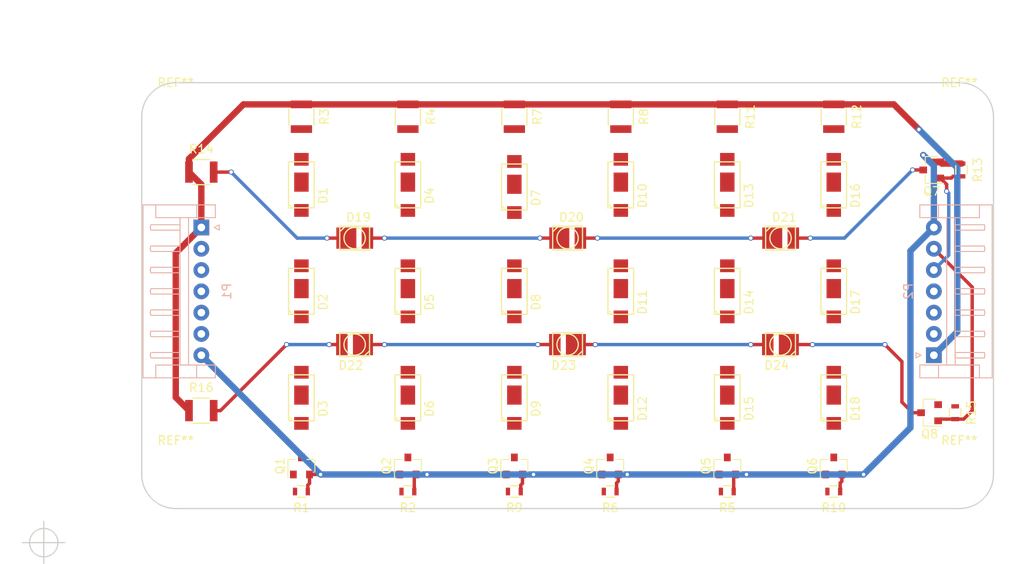
<source format=kicad_pcb>
(kicad_pcb (version 4) (host pcbnew 4.0.4-stable)

  (general
    (links 97)
    (no_connects 62)
    (area 109.424999 39.424999 209.575001 89.575001)
    (thickness 1.6)
    (drawings 19)
    (tracks 125)
    (zones 0)
    (modules 54)
    (nets 40)
  )

  (page A4)
  (title_block
    (title AxoLights)
    (date 2017-01-08)
    (rev 0.1)
    (company BoneProductions)
  )

  (layers
    (0 F.Cu signal)
    (31 B.Cu signal)
    (32 B.Adhes user)
    (33 F.Adhes user)
    (34 B.Paste user)
    (35 F.Paste user)
    (36 B.SilkS user)
    (37 F.SilkS user)
    (38 B.Mask user)
    (39 F.Mask user)
    (40 Dwgs.User user)
    (41 Cmts.User user)
    (42 Eco1.User user)
    (43 Eco2.User user)
    (44 Edge.Cuts user)
    (45 Margin user)
    (46 B.CrtYd user)
    (47 F.CrtYd user)
    (48 B.Fab user)
    (49 F.Fab user)
  )

  (setup
    (last_trace_width 0.4)
    (trace_clearance 0.2)
    (zone_clearance 0.508)
    (zone_45_only no)
    (trace_min 0.2)
    (segment_width 0.2)
    (edge_width 0.15)
    (via_size 0.6)
    (via_drill 0.4)
    (via_min_size 0.4)
    (via_min_drill 0.3)
    (uvia_size 0.3)
    (uvia_drill 0.1)
    (uvias_allowed no)
    (uvia_min_size 0.2)
    (uvia_min_drill 0.1)
    (pcb_text_width 0.3)
    (pcb_text_size 1.5 1.5)
    (mod_edge_width 0.15)
    (mod_text_size 1 1)
    (mod_text_width 0.15)
    (pad_size 1.524 1.524)
    (pad_drill 0.762)
    (pad_to_mask_clearance 0.2)
    (aux_axis_origin 109.5 89.5)
    (grid_origin 109.5 89.5)
    (visible_elements 7FFEFFFF)
    (pcbplotparams
      (layerselection 0x00030_80000001)
      (usegerberextensions false)
      (excludeedgelayer true)
      (linewidth 0.100000)
      (plotframeref false)
      (viasonmask false)
      (mode 1)
      (useauxorigin false)
      (hpglpennumber 1)
      (hpglpenspeed 20)
      (hpglpendiameter 15)
      (hpglpenoverlay 2)
      (psnegative false)
      (psa4output false)
      (plotreference true)
      (plotvalue true)
      (plotinvisibletext false)
      (padsonsilk false)
      (subtractmaskfromsilk false)
      (outputformat 1)
      (mirror false)
      (drillshape 1)
      (scaleselection 1)
      (outputdirectory ""))
  )

  (net 0 "")
  (net 1 GND)
  (net 2 "Net-(D1-Pad1)")
  (net 3 "Net-(D1-Pad2)")
  (net 4 +12V)
  (net 5 "Net-(D4-Pad1)")
  (net 6 "Net-(D4-Pad2)")
  (net 7 "Net-(D7-Pad1)")
  (net 8 "Net-(D7-Pad2)")
  (net 9 "Net-(D10-Pad1)")
  (net 10 "Net-(D10-Pad2)")
  (net 11 "Net-(D13-Pad1)")
  (net 12 "Net-(D13-Pad2)")
  (net 13 "Net-(D16-Pad1)")
  (net 14 "Net-(D16-Pad2)")
  (net 15 WW)
  (net 16 NW)
  (net 17 KW)
  (net 18 Rt)
  (net 19 Bl)
  (net 20 "Net-(D2-Pad2)")
  (net 21 "Net-(D3-Pad2)")
  (net 22 "Net-(D5-Pad2)")
  (net 23 "Net-(D6-Pad2)")
  (net 24 "Net-(D8-Pad2)")
  (net 25 "Net-(D9-Pad2)")
  (net 26 "Net-(D11-Pad2)")
  (net 27 "Net-(D12-Pad2)")
  (net 28 "Net-(D14-Pad2)")
  (net 29 "Net-(D15-Pad2)")
  (net 30 "Net-(D17-Pad2)")
  (net 31 "Net-(D18-Pad2)")
  (net 32 "Net-(D19-Pad2)")
  (net 33 "Net-(D19-Pad1)")
  (net 34 "Net-(D22-Pad2)")
  (net 35 "Net-(D22-Pad1)")
  (net 36 "Net-(D23-Pad2)")
  (net 37 "Net-(D24-Pad2)")
  (net 38 "Net-(D20-Pad1)")
  (net 39 "Net-(D21-Pad1)")

  (net_class Default "Dies ist die voreingestellte Netzklasse."
    (clearance 0.2)
    (trace_width 0.4)
    (via_dia 0.6)
    (via_drill 0.4)
    (uvia_dia 0.3)
    (uvia_drill 0.1)
    (add_net Bl)
    (add_net GND)
    (add_net KW)
    (add_net NW)
    (add_net "Net-(D1-Pad1)")
    (add_net "Net-(D1-Pad2)")
    (add_net "Net-(D10-Pad1)")
    (add_net "Net-(D10-Pad2)")
    (add_net "Net-(D11-Pad2)")
    (add_net "Net-(D12-Pad2)")
    (add_net "Net-(D13-Pad1)")
    (add_net "Net-(D13-Pad2)")
    (add_net "Net-(D14-Pad2)")
    (add_net "Net-(D15-Pad2)")
    (add_net "Net-(D16-Pad1)")
    (add_net "Net-(D16-Pad2)")
    (add_net "Net-(D17-Pad2)")
    (add_net "Net-(D18-Pad2)")
    (add_net "Net-(D19-Pad1)")
    (add_net "Net-(D19-Pad2)")
    (add_net "Net-(D2-Pad2)")
    (add_net "Net-(D20-Pad1)")
    (add_net "Net-(D21-Pad1)")
    (add_net "Net-(D22-Pad1)")
    (add_net "Net-(D22-Pad2)")
    (add_net "Net-(D23-Pad2)")
    (add_net "Net-(D24-Pad2)")
    (add_net "Net-(D3-Pad2)")
    (add_net "Net-(D4-Pad1)")
    (add_net "Net-(D4-Pad2)")
    (add_net "Net-(D5-Pad2)")
    (add_net "Net-(D6-Pad2)")
    (add_net "Net-(D7-Pad1)")
    (add_net "Net-(D7-Pad2)")
    (add_net "Net-(D8-Pad2)")
    (add_net "Net-(D9-Pad2)")
    (add_net Rt)
    (add_net WW)
  )

  (net_class Power ""
    (clearance 0.2)
    (trace_width 0.75)
    (via_dia 0.6)
    (via_drill 0.4)
    (uvia_dia 0.3)
    (uvia_drill 0.1)
    (add_net +12V)
  )

  (module Mounting_Holes:MountingHole_3mm (layer F.Cu) (tedit 56D1B4CB) (tstamp 58A8B1EE)
    (at 205.5 85.5)
    (descr "Mounting Hole 3mm, no annular")
    (tags "mounting hole 3mm no annular")
    (fp_text reference REF** (at 0 -4) (layer F.SilkS)
      (effects (font (size 1 1) (thickness 0.15)))
    )
    (fp_text value MountingHole_3mm (at 0 4) (layer F.Fab)
      (effects (font (size 1 1) (thickness 0.15)))
    )
    (fp_circle (center 0 0) (end 3 0) (layer Cmts.User) (width 0.15))
    (fp_circle (center 0 0) (end 3.25 0) (layer F.CrtYd) (width 0.05))
    (pad 1 np_thru_hole circle (at 0 0) (size 3 3) (drill 3) (layers *.Cu *.Mask))
  )

  (module Mounting_Holes:MountingHole_3mm (layer F.Cu) (tedit 56D1B4CB) (tstamp 58A8B1E7)
    (at 205.5 43.5)
    (descr "Mounting Hole 3mm, no annular")
    (tags "mounting hole 3mm no annular")
    (fp_text reference REF** (at 0 -4) (layer F.SilkS)
      (effects (font (size 1 1) (thickness 0.15)))
    )
    (fp_text value MountingHole_3mm (at 0 4) (layer F.Fab)
      (effects (font (size 1 1) (thickness 0.15)))
    )
    (fp_circle (center 0 0) (end 3 0) (layer Cmts.User) (width 0.15))
    (fp_circle (center 0 0) (end 3.25 0) (layer F.CrtYd) (width 0.05))
    (pad 1 np_thru_hole circle (at 0 0) (size 3 3) (drill 3) (layers *.Cu *.Mask))
  )

  (module Mounting_Holes:MountingHole_3mm (layer F.Cu) (tedit 56D1B4CB) (tstamp 58A8B1DA)
    (at 113.5 85.5)
    (descr "Mounting Hole 3mm, no annular")
    (tags "mounting hole 3mm no annular")
    (fp_text reference REF** (at 0 -4) (layer F.SilkS)
      (effects (font (size 1 1) (thickness 0.15)))
    )
    (fp_text value MountingHole_3mm (at 0 4) (layer F.Fab)
      (effects (font (size 1 1) (thickness 0.15)))
    )
    (fp_circle (center 0 0) (end 3 0) (layer Cmts.User) (width 0.15))
    (fp_circle (center 0 0) (end 3.25 0) (layer F.CrtYd) (width 0.05))
    (pad 1 np_thru_hole circle (at 0 0) (size 3 3) (drill 3) (layers *.Cu *.Mask))
  )

  (module TO_SOT_Packages_SMD:SOT-23 (layer F.Cu) (tedit 5883B105) (tstamp 58A8AB5C)
    (at 128.25 84.5 90)
    (descr "SOT-23, Standard")
    (tags SOT-23)
    (path /58A96E93/58A97211)
    (attr smd)
    (fp_text reference Q1 (at 0 -2.5 90) (layer F.SilkS)
      (effects (font (size 1 1) (thickness 0.15)))
    )
    (fp_text value BSS138 (at 0 2.5 90) (layer F.Fab)
      (effects (font (size 1 1) (thickness 0.15)))
    )
    (fp_line (start -0.7 -0.95) (end -0.7 1.5) (layer F.Fab) (width 0.1))
    (fp_line (start -0.15 -1.52) (end 0.7 -1.52) (layer F.Fab) (width 0.1))
    (fp_line (start -0.7 -0.95) (end -0.15 -1.52) (layer F.Fab) (width 0.1))
    (fp_line (start 0.7 -1.52) (end 0.7 1.52) (layer F.Fab) (width 0.1))
    (fp_line (start -0.7 1.52) (end 0.7 1.52) (layer F.Fab) (width 0.1))
    (fp_line (start 0.76 1.58) (end 0.76 0.65) (layer F.SilkS) (width 0.12))
    (fp_line (start 0.76 -1.58) (end 0.76 -0.65) (layer F.SilkS) (width 0.12))
    (fp_line (start -1.7 -1.75) (end 1.7 -1.75) (layer F.CrtYd) (width 0.05))
    (fp_line (start 1.7 -1.75) (end 1.7 1.75) (layer F.CrtYd) (width 0.05))
    (fp_line (start 1.7 1.75) (end -1.7 1.75) (layer F.CrtYd) (width 0.05))
    (fp_line (start -1.7 1.75) (end -1.7 -1.75) (layer F.CrtYd) (width 0.05))
    (fp_line (start 0.76 -1.58) (end -1.4 -1.58) (layer F.SilkS) (width 0.12))
    (fp_line (start 0.76 1.58) (end -0.7 1.58) (layer F.SilkS) (width 0.12))
    (pad 1 smd rect (at -1 -0.95 90) (size 0.9 0.8) (layers F.Cu F.Paste F.Mask)
      (net 15 WW))
    (pad 2 smd rect (at -1 0.95 90) (size 0.9 0.8) (layers F.Cu F.Paste F.Mask)
      (net 1 GND))
    (pad 3 smd rect (at 1 0 90) (size 0.9 0.8) (layers F.Cu F.Paste F.Mask)
      (net 21 "Net-(D3-Pad2)"))
    (model TO_SOT_Packages_SMD.3dshapes/SOT-23.wrl
      (at (xyz 0 0 0))
      (scale (xyz 1 1 1))
      (rotate (xyz 0 0 90))
    )
  )

  (module Resistors_SMD:R_0603 (layer F.Cu) (tedit 58307A47) (tstamp 58A8AEE6)
    (at 128.25 87.5 180)
    (descr "Resistor SMD 0603, reflow soldering, Vishay (see dcrcw.pdf)")
    (tags "resistor 0603")
    (path /58A96E93/58A9720C)
    (attr smd)
    (fp_text reference R1 (at 0 -1.9 180) (layer F.SilkS)
      (effects (font (size 1 1) (thickness 0.15)))
    )
    (fp_text value 10k (at 0 1.9 180) (layer F.Fab)
      (effects (font (size 1 1) (thickness 0.15)))
    )
    (fp_line (start -0.8 0.4) (end -0.8 -0.4) (layer F.Fab) (width 0.1))
    (fp_line (start 0.8 0.4) (end -0.8 0.4) (layer F.Fab) (width 0.1))
    (fp_line (start 0.8 -0.4) (end 0.8 0.4) (layer F.Fab) (width 0.1))
    (fp_line (start -0.8 -0.4) (end 0.8 -0.4) (layer F.Fab) (width 0.1))
    (fp_line (start -1.3 -0.8) (end 1.3 -0.8) (layer F.CrtYd) (width 0.05))
    (fp_line (start -1.3 0.8) (end 1.3 0.8) (layer F.CrtYd) (width 0.05))
    (fp_line (start -1.3 -0.8) (end -1.3 0.8) (layer F.CrtYd) (width 0.05))
    (fp_line (start 1.3 -0.8) (end 1.3 0.8) (layer F.CrtYd) (width 0.05))
    (fp_line (start 0.5 0.675) (end -0.5 0.675) (layer F.SilkS) (width 0.15))
    (fp_line (start -0.5 -0.675) (end 0.5 -0.675) (layer F.SilkS) (width 0.15))
    (pad 1 smd rect (at -0.75 0 180) (size 0.5 0.9) (layers F.Cu F.Paste F.Mask)
      (net 1 GND))
    (pad 2 smd rect (at 0.75 0 180) (size 0.5 0.9) (layers F.Cu F.Paste F.Mask)
      (net 15 WW))
    (model Resistors_SMD.3dshapes/R_0603.wrl
      (at (xyz 0 0 0))
      (scale (xyz 1 1 1))
      (rotate (xyz 0 0 0))
    )
  )

  (module Mounting_Holes:MountingHole_3mm (layer F.Cu) (tedit 56D1B4CB) (tstamp 58A8B0DD)
    (at 113.5 43.5)
    (descr "Mounting Hole 3mm, no annular")
    (tags "mounting hole 3mm no annular")
    (fp_text reference REF** (at 0 -4) (layer F.SilkS)
      (effects (font (size 1 1) (thickness 0.15)))
    )
    (fp_text value MountingHole_3mm (at 0 4) (layer F.Fab)
      (effects (font (size 1 1) (thickness 0.15)))
    )
    (fp_circle (center 0 0) (end 3 0) (layer Cmts.User) (width 0.15))
    (fp_circle (center 0 0) (end 3.25 0) (layer F.CrtYd) (width 0.05))
    (pad 1 np_thru_hole circle (at 0 0) (size 3 3) (drill 3) (layers *.Cu *.Mask))
  )

  (module TO_SOT_Packages_SMD:SOT-23 (layer F.Cu) (tedit 5883B105) (tstamp 58A8BF7A)
    (at 140.75 84.5 90)
    (descr "SOT-23, Standard")
    (tags SOT-23)
    (path /58A96E93/58A97208)
    (attr smd)
    (fp_text reference Q2 (at 0 -2.5 90) (layer F.SilkS)
      (effects (font (size 1 1) (thickness 0.15)))
    )
    (fp_text value BSS138 (at 0 2.5 90) (layer F.Fab)
      (effects (font (size 1 1) (thickness 0.15)))
    )
    (fp_line (start -0.7 -0.95) (end -0.7 1.5) (layer F.Fab) (width 0.1))
    (fp_line (start -0.15 -1.52) (end 0.7 -1.52) (layer F.Fab) (width 0.1))
    (fp_line (start -0.7 -0.95) (end -0.15 -1.52) (layer F.Fab) (width 0.1))
    (fp_line (start 0.7 -1.52) (end 0.7 1.52) (layer F.Fab) (width 0.1))
    (fp_line (start -0.7 1.52) (end 0.7 1.52) (layer F.Fab) (width 0.1))
    (fp_line (start 0.76 1.58) (end 0.76 0.65) (layer F.SilkS) (width 0.12))
    (fp_line (start 0.76 -1.58) (end 0.76 -0.65) (layer F.SilkS) (width 0.12))
    (fp_line (start -1.7 -1.75) (end 1.7 -1.75) (layer F.CrtYd) (width 0.05))
    (fp_line (start 1.7 -1.75) (end 1.7 1.75) (layer F.CrtYd) (width 0.05))
    (fp_line (start 1.7 1.75) (end -1.7 1.75) (layer F.CrtYd) (width 0.05))
    (fp_line (start -1.7 1.75) (end -1.7 -1.75) (layer F.CrtYd) (width 0.05))
    (fp_line (start 0.76 -1.58) (end -1.4 -1.58) (layer F.SilkS) (width 0.12))
    (fp_line (start 0.76 1.58) (end -0.7 1.58) (layer F.SilkS) (width 0.12))
    (pad 1 smd rect (at -1 -0.95 90) (size 0.9 0.8) (layers F.Cu F.Paste F.Mask)
      (net 15 WW))
    (pad 2 smd rect (at -1 0.95 90) (size 0.9 0.8) (layers F.Cu F.Paste F.Mask)
      (net 1 GND))
    (pad 3 smd rect (at 1 0 90) (size 0.9 0.8) (layers F.Cu F.Paste F.Mask)
      (net 23 "Net-(D6-Pad2)"))
    (model TO_SOT_Packages_SMD.3dshapes/SOT-23.wrl
      (at (xyz 0 0 0))
      (scale (xyz 1 1 1))
      (rotate (xyz 0 0 90))
    )
  )

  (module TO_SOT_Packages_SMD:SOT-23 (layer F.Cu) (tedit 5883B105) (tstamp 58A8BF81)
    (at 153.25 84.5 90)
    (descr "SOT-23, Standard")
    (tags SOT-23)
    (path /58A96E93/58A9721A)
    (attr smd)
    (fp_text reference Q3 (at 0 -2.5 90) (layer F.SilkS)
      (effects (font (size 1 1) (thickness 0.15)))
    )
    (fp_text value BSS138 (at 0 2.5 90) (layer F.Fab)
      (effects (font (size 1 1) (thickness 0.15)))
    )
    (fp_line (start -0.7 -0.95) (end -0.7 1.5) (layer F.Fab) (width 0.1))
    (fp_line (start -0.15 -1.52) (end 0.7 -1.52) (layer F.Fab) (width 0.1))
    (fp_line (start -0.7 -0.95) (end -0.15 -1.52) (layer F.Fab) (width 0.1))
    (fp_line (start 0.7 -1.52) (end 0.7 1.52) (layer F.Fab) (width 0.1))
    (fp_line (start -0.7 1.52) (end 0.7 1.52) (layer F.Fab) (width 0.1))
    (fp_line (start 0.76 1.58) (end 0.76 0.65) (layer F.SilkS) (width 0.12))
    (fp_line (start 0.76 -1.58) (end 0.76 -0.65) (layer F.SilkS) (width 0.12))
    (fp_line (start -1.7 -1.75) (end 1.7 -1.75) (layer F.CrtYd) (width 0.05))
    (fp_line (start 1.7 -1.75) (end 1.7 1.75) (layer F.CrtYd) (width 0.05))
    (fp_line (start 1.7 1.75) (end -1.7 1.75) (layer F.CrtYd) (width 0.05))
    (fp_line (start -1.7 1.75) (end -1.7 -1.75) (layer F.CrtYd) (width 0.05))
    (fp_line (start 0.76 -1.58) (end -1.4 -1.58) (layer F.SilkS) (width 0.12))
    (fp_line (start 0.76 1.58) (end -0.7 1.58) (layer F.SilkS) (width 0.12))
    (pad 1 smd rect (at -1 -0.95 90) (size 0.9 0.8) (layers F.Cu F.Paste F.Mask)
      (net 16 NW))
    (pad 2 smd rect (at -1 0.95 90) (size 0.9 0.8) (layers F.Cu F.Paste F.Mask)
      (net 1 GND))
    (pad 3 smd rect (at 1 0 90) (size 0.9 0.8) (layers F.Cu F.Paste F.Mask)
      (net 25 "Net-(D9-Pad2)"))
    (model TO_SOT_Packages_SMD.3dshapes/SOT-23.wrl
      (at (xyz 0 0 0))
      (scale (xyz 1 1 1))
      (rotate (xyz 0 0 90))
    )
  )

  (module TO_SOT_Packages_SMD:SOT-23 (layer F.Cu) (tedit 5883B105) (tstamp 58A8BF88)
    (at 164.5 84.5 90)
    (descr "SOT-23, Standard")
    (tags SOT-23)
    (path /58A96E93/58A9722C)
    (attr smd)
    (fp_text reference Q4 (at 0 -2.5 90) (layer F.SilkS)
      (effects (font (size 1 1) (thickness 0.15)))
    )
    (fp_text value BSS138 (at 0 2.5 90) (layer F.Fab)
      (effects (font (size 1 1) (thickness 0.15)))
    )
    (fp_line (start -0.7 -0.95) (end -0.7 1.5) (layer F.Fab) (width 0.1))
    (fp_line (start -0.15 -1.52) (end 0.7 -1.52) (layer F.Fab) (width 0.1))
    (fp_line (start -0.7 -0.95) (end -0.15 -1.52) (layer F.Fab) (width 0.1))
    (fp_line (start 0.7 -1.52) (end 0.7 1.52) (layer F.Fab) (width 0.1))
    (fp_line (start -0.7 1.52) (end 0.7 1.52) (layer F.Fab) (width 0.1))
    (fp_line (start 0.76 1.58) (end 0.76 0.65) (layer F.SilkS) (width 0.12))
    (fp_line (start 0.76 -1.58) (end 0.76 -0.65) (layer F.SilkS) (width 0.12))
    (fp_line (start -1.7 -1.75) (end 1.7 -1.75) (layer F.CrtYd) (width 0.05))
    (fp_line (start 1.7 -1.75) (end 1.7 1.75) (layer F.CrtYd) (width 0.05))
    (fp_line (start 1.7 1.75) (end -1.7 1.75) (layer F.CrtYd) (width 0.05))
    (fp_line (start -1.7 1.75) (end -1.7 -1.75) (layer F.CrtYd) (width 0.05))
    (fp_line (start 0.76 -1.58) (end -1.4 -1.58) (layer F.SilkS) (width 0.12))
    (fp_line (start 0.76 1.58) (end -0.7 1.58) (layer F.SilkS) (width 0.12))
    (pad 1 smd rect (at -1 -0.95 90) (size 0.9 0.8) (layers F.Cu F.Paste F.Mask)
      (net 16 NW))
    (pad 2 smd rect (at -1 0.95 90) (size 0.9 0.8) (layers F.Cu F.Paste F.Mask)
      (net 1 GND))
    (pad 3 smd rect (at 1 0 90) (size 0.9 0.8) (layers F.Cu F.Paste F.Mask)
      (net 27 "Net-(D12-Pad2)"))
    (model TO_SOT_Packages_SMD.3dshapes/SOT-23.wrl
      (at (xyz 0 0 0))
      (scale (xyz 1 1 1))
      (rotate (xyz 0 0 90))
    )
  )

  (module TO_SOT_Packages_SMD:SOT-23 (layer F.Cu) (tedit 5883B105) (tstamp 58A8BF8F)
    (at 178.25 84.5 90)
    (descr "SOT-23, Standard")
    (tags SOT-23)
    (path /58A96E93/58A97223)
    (attr smd)
    (fp_text reference Q5 (at 0 -2.5 90) (layer F.SilkS)
      (effects (font (size 1 1) (thickness 0.15)))
    )
    (fp_text value BSS138 (at 0 2.5 90) (layer F.Fab)
      (effects (font (size 1 1) (thickness 0.15)))
    )
    (fp_line (start -0.7 -0.95) (end -0.7 1.5) (layer F.Fab) (width 0.1))
    (fp_line (start -0.15 -1.52) (end 0.7 -1.52) (layer F.Fab) (width 0.1))
    (fp_line (start -0.7 -0.95) (end -0.15 -1.52) (layer F.Fab) (width 0.1))
    (fp_line (start 0.7 -1.52) (end 0.7 1.52) (layer F.Fab) (width 0.1))
    (fp_line (start -0.7 1.52) (end 0.7 1.52) (layer F.Fab) (width 0.1))
    (fp_line (start 0.76 1.58) (end 0.76 0.65) (layer F.SilkS) (width 0.12))
    (fp_line (start 0.76 -1.58) (end 0.76 -0.65) (layer F.SilkS) (width 0.12))
    (fp_line (start -1.7 -1.75) (end 1.7 -1.75) (layer F.CrtYd) (width 0.05))
    (fp_line (start 1.7 -1.75) (end 1.7 1.75) (layer F.CrtYd) (width 0.05))
    (fp_line (start 1.7 1.75) (end -1.7 1.75) (layer F.CrtYd) (width 0.05))
    (fp_line (start -1.7 1.75) (end -1.7 -1.75) (layer F.CrtYd) (width 0.05))
    (fp_line (start 0.76 -1.58) (end -1.4 -1.58) (layer F.SilkS) (width 0.12))
    (fp_line (start 0.76 1.58) (end -0.7 1.58) (layer F.SilkS) (width 0.12))
    (pad 1 smd rect (at -1 -0.95 90) (size 0.9 0.8) (layers F.Cu F.Paste F.Mask)
      (net 16 NW))
    (pad 2 smd rect (at -1 0.95 90) (size 0.9 0.8) (layers F.Cu F.Paste F.Mask)
      (net 1 GND))
    (pad 3 smd rect (at 1 0 90) (size 0.9 0.8) (layers F.Cu F.Paste F.Mask)
      (net 29 "Net-(D15-Pad2)"))
    (model TO_SOT_Packages_SMD.3dshapes/SOT-23.wrl
      (at (xyz 0 0 0))
      (scale (xyz 1 1 1))
      (rotate (xyz 0 0 90))
    )
  )

  (module TO_SOT_Packages_SMD:SOT-23 (layer F.Cu) (tedit 5883B105) (tstamp 58A8BF96)
    (at 190.75 84.5 90)
    (descr "SOT-23, Standard")
    (tags SOT-23)
    (path /58A96E93/58A97235)
    (attr smd)
    (fp_text reference Q6 (at 0 -2.5 90) (layer F.SilkS)
      (effects (font (size 1 1) (thickness 0.15)))
    )
    (fp_text value BSS138 (at 0 2.5 90) (layer F.Fab)
      (effects (font (size 1 1) (thickness 0.15)))
    )
    (fp_line (start -0.7 -0.95) (end -0.7 1.5) (layer F.Fab) (width 0.1))
    (fp_line (start -0.15 -1.52) (end 0.7 -1.52) (layer F.Fab) (width 0.1))
    (fp_line (start -0.7 -0.95) (end -0.15 -1.52) (layer F.Fab) (width 0.1))
    (fp_line (start 0.7 -1.52) (end 0.7 1.52) (layer F.Fab) (width 0.1))
    (fp_line (start -0.7 1.52) (end 0.7 1.52) (layer F.Fab) (width 0.1))
    (fp_line (start 0.76 1.58) (end 0.76 0.65) (layer F.SilkS) (width 0.12))
    (fp_line (start 0.76 -1.58) (end 0.76 -0.65) (layer F.SilkS) (width 0.12))
    (fp_line (start -1.7 -1.75) (end 1.7 -1.75) (layer F.CrtYd) (width 0.05))
    (fp_line (start 1.7 -1.75) (end 1.7 1.75) (layer F.CrtYd) (width 0.05))
    (fp_line (start 1.7 1.75) (end -1.7 1.75) (layer F.CrtYd) (width 0.05))
    (fp_line (start -1.7 1.75) (end -1.7 -1.75) (layer F.CrtYd) (width 0.05))
    (fp_line (start 0.76 -1.58) (end -1.4 -1.58) (layer F.SilkS) (width 0.12))
    (fp_line (start 0.76 1.58) (end -0.7 1.58) (layer F.SilkS) (width 0.12))
    (pad 1 smd rect (at -1 -0.95 90) (size 0.9 0.8) (layers F.Cu F.Paste F.Mask)
      (net 17 KW))
    (pad 2 smd rect (at -1 0.95 90) (size 0.9 0.8) (layers F.Cu F.Paste F.Mask)
      (net 1 GND))
    (pad 3 smd rect (at 1 0 90) (size 0.9 0.8) (layers F.Cu F.Paste F.Mask)
      (net 31 "Net-(D18-Pad2)"))
    (model TO_SOT_Packages_SMD.3dshapes/SOT-23.wrl
      (at (xyz 0 0 0))
      (scale (xyz 1 1 1))
      (rotate (xyz 0 0 90))
    )
  )

  (module Resistors_SMD:R_0603 (layer F.Cu) (tedit 58307A47) (tstamp 58A8BF97)
    (at 140.75 87.5 180)
    (descr "Resistor SMD 0603, reflow soldering, Vishay (see dcrcw.pdf)")
    (tags "resistor 0603")
    (path /58A96E93/58A971FC)
    (attr smd)
    (fp_text reference R2 (at 0 -1.9 180) (layer F.SilkS)
      (effects (font (size 1 1) (thickness 0.15)))
    )
    (fp_text value 10k (at 0 1.9 180) (layer F.Fab)
      (effects (font (size 1 1) (thickness 0.15)))
    )
    (fp_line (start -0.8 0.4) (end -0.8 -0.4) (layer F.Fab) (width 0.1))
    (fp_line (start 0.8 0.4) (end -0.8 0.4) (layer F.Fab) (width 0.1))
    (fp_line (start 0.8 -0.4) (end 0.8 0.4) (layer F.Fab) (width 0.1))
    (fp_line (start -0.8 -0.4) (end 0.8 -0.4) (layer F.Fab) (width 0.1))
    (fp_line (start -1.3 -0.8) (end 1.3 -0.8) (layer F.CrtYd) (width 0.05))
    (fp_line (start -1.3 0.8) (end 1.3 0.8) (layer F.CrtYd) (width 0.05))
    (fp_line (start -1.3 -0.8) (end -1.3 0.8) (layer F.CrtYd) (width 0.05))
    (fp_line (start 1.3 -0.8) (end 1.3 0.8) (layer F.CrtYd) (width 0.05))
    (fp_line (start 0.5 0.675) (end -0.5 0.675) (layer F.SilkS) (width 0.15))
    (fp_line (start -0.5 -0.675) (end 0.5 -0.675) (layer F.SilkS) (width 0.15))
    (pad 1 smd rect (at -0.75 0 180) (size 0.5 0.9) (layers F.Cu F.Paste F.Mask)
      (net 1 GND))
    (pad 2 smd rect (at 0.75 0 180) (size 0.5 0.9) (layers F.Cu F.Paste F.Mask)
      (net 15 WW))
    (model Resistors_SMD.3dshapes/R_0603.wrl
      (at (xyz 0 0 0))
      (scale (xyz 1 1 1))
      (rotate (xyz 0 0 0))
    )
  )

  (module Resistors_SMD:R_1210 (layer F.Cu) (tedit 58307C54) (tstamp 58A8BFA1)
    (at 128.25 43.5 270)
    (descr "Resistor SMD 1210, reflow soldering, Vishay (see dcrcw.pdf)")
    (tags "resistor 1210")
    (path /58A96E93/58A9720B)
    (attr smd)
    (fp_text reference R3 (at 0 -2.7 270) (layer F.SilkS)
      (effects (font (size 1 1) (thickness 0.15)))
    )
    (fp_text value 20 (at 0 2.7 270) (layer F.Fab)
      (effects (font (size 1 1) (thickness 0.15)))
    )
    (fp_line (start -1.6 1.25) (end -1.6 -1.25) (layer F.Fab) (width 0.1))
    (fp_line (start 1.6 1.25) (end -1.6 1.25) (layer F.Fab) (width 0.1))
    (fp_line (start 1.6 -1.25) (end 1.6 1.25) (layer F.Fab) (width 0.1))
    (fp_line (start -1.6 -1.25) (end 1.6 -1.25) (layer F.Fab) (width 0.1))
    (fp_line (start -2.2 -1.6) (end 2.2 -1.6) (layer F.CrtYd) (width 0.05))
    (fp_line (start -2.2 1.6) (end 2.2 1.6) (layer F.CrtYd) (width 0.05))
    (fp_line (start -2.2 -1.6) (end -2.2 1.6) (layer F.CrtYd) (width 0.05))
    (fp_line (start 2.2 -1.6) (end 2.2 1.6) (layer F.CrtYd) (width 0.05))
    (fp_line (start 1 1.475) (end -1 1.475) (layer F.SilkS) (width 0.15))
    (fp_line (start -1 -1.475) (end 1 -1.475) (layer F.SilkS) (width 0.15))
    (pad 1 smd rect (at -1.45 0 270) (size 0.9 2.5) (layers F.Cu F.Paste F.Mask)
      (net 4 +12V))
    (pad 2 smd rect (at 1.45 0 270) (size 0.9 2.5) (layers F.Cu F.Paste F.Mask)
      (net 2 "Net-(D1-Pad1)"))
    (model Resistors_SMD.3dshapes/R_1210.wrl
      (at (xyz 0 0 0))
      (scale (xyz 1 1 1))
      (rotate (xyz 0 0 0))
    )
  )

  (module Resistors_SMD:R_1210 (layer F.Cu) (tedit 58307C54) (tstamp 58A8BFA7)
    (at 140.75 43.5 270)
    (descr "Resistor SMD 1210, reflow soldering, Vishay (see dcrcw.pdf)")
    (tags "resistor 1210")
    (path /58A96E93/58A971FB)
    (attr smd)
    (fp_text reference R4 (at 0 -2.7 270) (layer F.SilkS)
      (effects (font (size 1 1) (thickness 0.15)))
    )
    (fp_text value 20 (at 0 2.7 270) (layer F.Fab)
      (effects (font (size 1 1) (thickness 0.15)))
    )
    (fp_line (start -1.6 1.25) (end -1.6 -1.25) (layer F.Fab) (width 0.1))
    (fp_line (start 1.6 1.25) (end -1.6 1.25) (layer F.Fab) (width 0.1))
    (fp_line (start 1.6 -1.25) (end 1.6 1.25) (layer F.Fab) (width 0.1))
    (fp_line (start -1.6 -1.25) (end 1.6 -1.25) (layer F.Fab) (width 0.1))
    (fp_line (start -2.2 -1.6) (end 2.2 -1.6) (layer F.CrtYd) (width 0.05))
    (fp_line (start -2.2 1.6) (end 2.2 1.6) (layer F.CrtYd) (width 0.05))
    (fp_line (start -2.2 -1.6) (end -2.2 1.6) (layer F.CrtYd) (width 0.05))
    (fp_line (start 2.2 -1.6) (end 2.2 1.6) (layer F.CrtYd) (width 0.05))
    (fp_line (start 1 1.475) (end -1 1.475) (layer F.SilkS) (width 0.15))
    (fp_line (start -1 -1.475) (end 1 -1.475) (layer F.SilkS) (width 0.15))
    (pad 1 smd rect (at -1.45 0 270) (size 0.9 2.5) (layers F.Cu F.Paste F.Mask)
      (net 4 +12V))
    (pad 2 smd rect (at 1.45 0 270) (size 0.9 2.5) (layers F.Cu F.Paste F.Mask)
      (net 5 "Net-(D4-Pad1)"))
    (model Resistors_SMD.3dshapes/R_1210.wrl
      (at (xyz 0 0 0))
      (scale (xyz 1 1 1))
      (rotate (xyz 0 0 0))
    )
  )

  (module Resistors_SMD:R_0603 placed (layer F.Cu) (tedit 58307A47) (tstamp 58A8BFAD)
    (at 178.25 87.5 180)
    (descr "Resistor SMD 0603, reflow soldering, Vishay (see dcrcw.pdf)")
    (tags "resistor 0603")
    (path /58A96E93/58A97215)
    (attr smd)
    (fp_text reference R5 (at 0 -1.9 180) (layer F.SilkS)
      (effects (font (size 1 1) (thickness 0.15)))
    )
    (fp_text value 10k (at 0 1.9 180) (layer F.Fab)
      (effects (font (size 1 1) (thickness 0.15)))
    )
    (fp_line (start -0.8 0.4) (end -0.8 -0.4) (layer F.Fab) (width 0.1))
    (fp_line (start 0.8 0.4) (end -0.8 0.4) (layer F.Fab) (width 0.1))
    (fp_line (start 0.8 -0.4) (end 0.8 0.4) (layer F.Fab) (width 0.1))
    (fp_line (start -0.8 -0.4) (end 0.8 -0.4) (layer F.Fab) (width 0.1))
    (fp_line (start -1.3 -0.8) (end 1.3 -0.8) (layer F.CrtYd) (width 0.05))
    (fp_line (start -1.3 0.8) (end 1.3 0.8) (layer F.CrtYd) (width 0.05))
    (fp_line (start -1.3 -0.8) (end -1.3 0.8) (layer F.CrtYd) (width 0.05))
    (fp_line (start 1.3 -0.8) (end 1.3 0.8) (layer F.CrtYd) (width 0.05))
    (fp_line (start 0.5 0.675) (end -0.5 0.675) (layer F.SilkS) (width 0.15))
    (fp_line (start -0.5 -0.675) (end 0.5 -0.675) (layer F.SilkS) (width 0.15))
    (pad 1 smd rect (at -0.75 0 180) (size 0.5 0.9) (layers F.Cu F.Paste F.Mask)
      (net 1 GND))
    (pad 2 smd rect (at 0.75 0 180) (size 0.5 0.9) (layers F.Cu F.Paste F.Mask)
      (net 16 NW))
    (model Resistors_SMD.3dshapes/R_0603.wrl
      (at (xyz 0 0 0))
      (scale (xyz 1 1 1))
      (rotate (xyz 0 0 0))
    )
  )

  (module Resistors_SMD:R_0603 (layer F.Cu) (tedit 58307A47) (tstamp 58A8BFB3)
    (at 164.5 87.5 180)
    (descr "Resistor SMD 0603, reflow soldering, Vishay (see dcrcw.pdf)")
    (tags "resistor 0603")
    (path /58A96E93/58A97227)
    (attr smd)
    (fp_text reference R6 (at 0 -1.9 180) (layer F.SilkS)
      (effects (font (size 1 1) (thickness 0.15)))
    )
    (fp_text value 10k (at 0 1.9 180) (layer F.Fab)
      (effects (font (size 1 1) (thickness 0.15)))
    )
    (fp_line (start -0.8 0.4) (end -0.8 -0.4) (layer F.Fab) (width 0.1))
    (fp_line (start 0.8 0.4) (end -0.8 0.4) (layer F.Fab) (width 0.1))
    (fp_line (start 0.8 -0.4) (end 0.8 0.4) (layer F.Fab) (width 0.1))
    (fp_line (start -0.8 -0.4) (end 0.8 -0.4) (layer F.Fab) (width 0.1))
    (fp_line (start -1.3 -0.8) (end 1.3 -0.8) (layer F.CrtYd) (width 0.05))
    (fp_line (start -1.3 0.8) (end 1.3 0.8) (layer F.CrtYd) (width 0.05))
    (fp_line (start -1.3 -0.8) (end -1.3 0.8) (layer F.CrtYd) (width 0.05))
    (fp_line (start 1.3 -0.8) (end 1.3 0.8) (layer F.CrtYd) (width 0.05))
    (fp_line (start 0.5 0.675) (end -0.5 0.675) (layer F.SilkS) (width 0.15))
    (fp_line (start -0.5 -0.675) (end 0.5 -0.675) (layer F.SilkS) (width 0.15))
    (pad 1 smd rect (at -0.75 0 180) (size 0.5 0.9) (layers F.Cu F.Paste F.Mask)
      (net 1 GND))
    (pad 2 smd rect (at 0.75 0 180) (size 0.5 0.9) (layers F.Cu F.Paste F.Mask)
      (net 16 NW))
    (model Resistors_SMD.3dshapes/R_0603.wrl
      (at (xyz 0 0 0))
      (scale (xyz 1 1 1))
      (rotate (xyz 0 0 0))
    )
  )

  (module Resistors_SMD:R_1210 (layer F.Cu) (tedit 58307C54) (tstamp 58A8BFB9)
    (at 153.25 43.5 270)
    (descr "Resistor SMD 1210, reflow soldering, Vishay (see dcrcw.pdf)")
    (tags "resistor 1210")
    (path /58A96E93/58A97214)
    (attr smd)
    (fp_text reference R7 (at 0 -2.7 270) (layer F.SilkS)
      (effects (font (size 1 1) (thickness 0.15)))
    )
    (fp_text value 20 (at 0 2.7 270) (layer F.Fab)
      (effects (font (size 1 1) (thickness 0.15)))
    )
    (fp_line (start -1.6 1.25) (end -1.6 -1.25) (layer F.Fab) (width 0.1))
    (fp_line (start 1.6 1.25) (end -1.6 1.25) (layer F.Fab) (width 0.1))
    (fp_line (start 1.6 -1.25) (end 1.6 1.25) (layer F.Fab) (width 0.1))
    (fp_line (start -1.6 -1.25) (end 1.6 -1.25) (layer F.Fab) (width 0.1))
    (fp_line (start -2.2 -1.6) (end 2.2 -1.6) (layer F.CrtYd) (width 0.05))
    (fp_line (start -2.2 1.6) (end 2.2 1.6) (layer F.CrtYd) (width 0.05))
    (fp_line (start -2.2 -1.6) (end -2.2 1.6) (layer F.CrtYd) (width 0.05))
    (fp_line (start 2.2 -1.6) (end 2.2 1.6) (layer F.CrtYd) (width 0.05))
    (fp_line (start 1 1.475) (end -1 1.475) (layer F.SilkS) (width 0.15))
    (fp_line (start -1 -1.475) (end 1 -1.475) (layer F.SilkS) (width 0.15))
    (pad 1 smd rect (at -1.45 0 270) (size 0.9 2.5) (layers F.Cu F.Paste F.Mask)
      (net 4 +12V))
    (pad 2 smd rect (at 1.45 0 270) (size 0.9 2.5) (layers F.Cu F.Paste F.Mask)
      (net 7 "Net-(D7-Pad1)"))
    (model Resistors_SMD.3dshapes/R_1210.wrl
      (at (xyz 0 0 0))
      (scale (xyz 1 1 1))
      (rotate (xyz 0 0 0))
    )
  )

  (module Resistors_SMD:R_1210 (layer F.Cu) (tedit 58307C54) (tstamp 58A8BFBF)
    (at 165.75 43.5 270)
    (descr "Resistor SMD 1210, reflow soldering, Vishay (see dcrcw.pdf)")
    (tags "resistor 1210")
    (path /58A96E93/58A97226)
    (attr smd)
    (fp_text reference R8 (at 0 -2.7 270) (layer F.SilkS)
      (effects (font (size 1 1) (thickness 0.15)))
    )
    (fp_text value 20 (at 0 2.7 270) (layer F.Fab)
      (effects (font (size 1 1) (thickness 0.15)))
    )
    (fp_line (start -1.6 1.25) (end -1.6 -1.25) (layer F.Fab) (width 0.1))
    (fp_line (start 1.6 1.25) (end -1.6 1.25) (layer F.Fab) (width 0.1))
    (fp_line (start 1.6 -1.25) (end 1.6 1.25) (layer F.Fab) (width 0.1))
    (fp_line (start -1.6 -1.25) (end 1.6 -1.25) (layer F.Fab) (width 0.1))
    (fp_line (start -2.2 -1.6) (end 2.2 -1.6) (layer F.CrtYd) (width 0.05))
    (fp_line (start -2.2 1.6) (end 2.2 1.6) (layer F.CrtYd) (width 0.05))
    (fp_line (start -2.2 -1.6) (end -2.2 1.6) (layer F.CrtYd) (width 0.05))
    (fp_line (start 2.2 -1.6) (end 2.2 1.6) (layer F.CrtYd) (width 0.05))
    (fp_line (start 1 1.475) (end -1 1.475) (layer F.SilkS) (width 0.15))
    (fp_line (start -1 -1.475) (end 1 -1.475) (layer F.SilkS) (width 0.15))
    (pad 1 smd rect (at -1.45 0 270) (size 0.9 2.5) (layers F.Cu F.Paste F.Mask)
      (net 4 +12V))
    (pad 2 smd rect (at 1.45 0 270) (size 0.9 2.5) (layers F.Cu F.Paste F.Mask)
      (net 9 "Net-(D10-Pad1)"))
    (model Resistors_SMD.3dshapes/R_1210.wrl
      (at (xyz 0 0 0))
      (scale (xyz 1 1 1))
      (rotate (xyz 0 0 0))
    )
  )

  (module Resistors_SMD:R_0603 (layer F.Cu) (tedit 58307A47) (tstamp 58A8BFC5)
    (at 153.25 87.5 180)
    (descr "Resistor SMD 0603, reflow soldering, Vishay (see dcrcw.pdf)")
    (tags "resistor 0603")
    (path /58A96E93/58A9721E)
    (attr smd)
    (fp_text reference R9 (at 0 -1.9 180) (layer F.SilkS)
      (effects (font (size 1 1) (thickness 0.15)))
    )
    (fp_text value 10k (at 0 1.9 180) (layer F.Fab)
      (effects (font (size 1 1) (thickness 0.15)))
    )
    (fp_line (start -0.8 0.4) (end -0.8 -0.4) (layer F.Fab) (width 0.1))
    (fp_line (start 0.8 0.4) (end -0.8 0.4) (layer F.Fab) (width 0.1))
    (fp_line (start 0.8 -0.4) (end 0.8 0.4) (layer F.Fab) (width 0.1))
    (fp_line (start -0.8 -0.4) (end 0.8 -0.4) (layer F.Fab) (width 0.1))
    (fp_line (start -1.3 -0.8) (end 1.3 -0.8) (layer F.CrtYd) (width 0.05))
    (fp_line (start -1.3 0.8) (end 1.3 0.8) (layer F.CrtYd) (width 0.05))
    (fp_line (start -1.3 -0.8) (end -1.3 0.8) (layer F.CrtYd) (width 0.05))
    (fp_line (start 1.3 -0.8) (end 1.3 0.8) (layer F.CrtYd) (width 0.05))
    (fp_line (start 0.5 0.675) (end -0.5 0.675) (layer F.SilkS) (width 0.15))
    (fp_line (start -0.5 -0.675) (end 0.5 -0.675) (layer F.SilkS) (width 0.15))
    (pad 1 smd rect (at -0.75 0 180) (size 0.5 0.9) (layers F.Cu F.Paste F.Mask)
      (net 1 GND))
    (pad 2 smd rect (at 0.75 0 180) (size 0.5 0.9) (layers F.Cu F.Paste F.Mask)
      (net 16 NW))
    (model Resistors_SMD.3dshapes/R_0603.wrl
      (at (xyz 0 0 0))
      (scale (xyz 1 1 1))
      (rotate (xyz 0 0 0))
    )
  )

  (module Resistors_SMD:R_0603 (layer F.Cu) (tedit 58307A47) (tstamp 58A8BFCB)
    (at 190.75 87.5 180)
    (descr "Resistor SMD 0603, reflow soldering, Vishay (see dcrcw.pdf)")
    (tags "resistor 0603")
    (path /58A96E93/58A97230)
    (attr smd)
    (fp_text reference R10 (at 0 -1.9 180) (layer F.SilkS)
      (effects (font (size 1 1) (thickness 0.15)))
    )
    (fp_text value 10k (at 0 1.9 180) (layer F.Fab)
      (effects (font (size 1 1) (thickness 0.15)))
    )
    (fp_line (start -0.8 0.4) (end -0.8 -0.4) (layer F.Fab) (width 0.1))
    (fp_line (start 0.8 0.4) (end -0.8 0.4) (layer F.Fab) (width 0.1))
    (fp_line (start 0.8 -0.4) (end 0.8 0.4) (layer F.Fab) (width 0.1))
    (fp_line (start -0.8 -0.4) (end 0.8 -0.4) (layer F.Fab) (width 0.1))
    (fp_line (start -1.3 -0.8) (end 1.3 -0.8) (layer F.CrtYd) (width 0.05))
    (fp_line (start -1.3 0.8) (end 1.3 0.8) (layer F.CrtYd) (width 0.05))
    (fp_line (start -1.3 -0.8) (end -1.3 0.8) (layer F.CrtYd) (width 0.05))
    (fp_line (start 1.3 -0.8) (end 1.3 0.8) (layer F.CrtYd) (width 0.05))
    (fp_line (start 0.5 0.675) (end -0.5 0.675) (layer F.SilkS) (width 0.15))
    (fp_line (start -0.5 -0.675) (end 0.5 -0.675) (layer F.SilkS) (width 0.15))
    (pad 1 smd rect (at -0.75 0 180) (size 0.5 0.9) (layers F.Cu F.Paste F.Mask)
      (net 1 GND))
    (pad 2 smd rect (at 0.75 0 180) (size 0.5 0.9) (layers F.Cu F.Paste F.Mask)
      (net 17 KW))
    (model Resistors_SMD.3dshapes/R_0603.wrl
      (at (xyz 0 0 0))
      (scale (xyz 1 1 1))
      (rotate (xyz 0 0 0))
    )
  )

  (module Resistors_SMD:R_1210 (layer F.Cu) (tedit 58307C54) (tstamp 58A8BFD1)
    (at 178.25 43.5 270)
    (descr "Resistor SMD 1210, reflow soldering, Vishay (see dcrcw.pdf)")
    (tags "resistor 1210")
    (path /58A96E93/58A9721D)
    (attr smd)
    (fp_text reference R11 (at 0 -2.7 270) (layer F.SilkS)
      (effects (font (size 1 1) (thickness 0.15)))
    )
    (fp_text value 20 (at 0 2.7 270) (layer F.Fab)
      (effects (font (size 1 1) (thickness 0.15)))
    )
    (fp_line (start -1.6 1.25) (end -1.6 -1.25) (layer F.Fab) (width 0.1))
    (fp_line (start 1.6 1.25) (end -1.6 1.25) (layer F.Fab) (width 0.1))
    (fp_line (start 1.6 -1.25) (end 1.6 1.25) (layer F.Fab) (width 0.1))
    (fp_line (start -1.6 -1.25) (end 1.6 -1.25) (layer F.Fab) (width 0.1))
    (fp_line (start -2.2 -1.6) (end 2.2 -1.6) (layer F.CrtYd) (width 0.05))
    (fp_line (start -2.2 1.6) (end 2.2 1.6) (layer F.CrtYd) (width 0.05))
    (fp_line (start -2.2 -1.6) (end -2.2 1.6) (layer F.CrtYd) (width 0.05))
    (fp_line (start 2.2 -1.6) (end 2.2 1.6) (layer F.CrtYd) (width 0.05))
    (fp_line (start 1 1.475) (end -1 1.475) (layer F.SilkS) (width 0.15))
    (fp_line (start -1 -1.475) (end 1 -1.475) (layer F.SilkS) (width 0.15))
    (pad 1 smd rect (at -1.45 0 270) (size 0.9 2.5) (layers F.Cu F.Paste F.Mask)
      (net 4 +12V))
    (pad 2 smd rect (at 1.45 0 270) (size 0.9 2.5) (layers F.Cu F.Paste F.Mask)
      (net 11 "Net-(D13-Pad1)"))
    (model Resistors_SMD.3dshapes/R_1210.wrl
      (at (xyz 0 0 0))
      (scale (xyz 1 1 1))
      (rotate (xyz 0 0 0))
    )
  )

  (module Resistors_SMD:R_1210 (layer F.Cu) (tedit 58307C54) (tstamp 58A8BFD7)
    (at 190.75 43.5 270)
    (descr "Resistor SMD 1210, reflow soldering, Vishay (see dcrcw.pdf)")
    (tags "resistor 1210")
    (path /58A96E93/58A9722F)
    (attr smd)
    (fp_text reference R12 (at 0 -2.7 270) (layer F.SilkS)
      (effects (font (size 1 1) (thickness 0.15)))
    )
    (fp_text value 20 (at 0 2.7 270) (layer F.Fab)
      (effects (font (size 1 1) (thickness 0.15)))
    )
    (fp_line (start -1.6 1.25) (end -1.6 -1.25) (layer F.Fab) (width 0.1))
    (fp_line (start 1.6 1.25) (end -1.6 1.25) (layer F.Fab) (width 0.1))
    (fp_line (start 1.6 -1.25) (end 1.6 1.25) (layer F.Fab) (width 0.1))
    (fp_line (start -1.6 -1.25) (end 1.6 -1.25) (layer F.Fab) (width 0.1))
    (fp_line (start -2.2 -1.6) (end 2.2 -1.6) (layer F.CrtYd) (width 0.05))
    (fp_line (start -2.2 1.6) (end 2.2 1.6) (layer F.CrtYd) (width 0.05))
    (fp_line (start -2.2 -1.6) (end -2.2 1.6) (layer F.CrtYd) (width 0.05))
    (fp_line (start 2.2 -1.6) (end 2.2 1.6) (layer F.CrtYd) (width 0.05))
    (fp_line (start 1 1.475) (end -1 1.475) (layer F.SilkS) (width 0.15))
    (fp_line (start -1 -1.475) (end 1 -1.475) (layer F.SilkS) (width 0.15))
    (pad 1 smd rect (at -1.45 0 270) (size 0.9 2.5) (layers F.Cu F.Paste F.Mask)
      (net 4 +12V))
    (pad 2 smd rect (at 1.45 0 270) (size 0.9 2.5) (layers F.Cu F.Paste F.Mask)
      (net 13 "Net-(D16-Pad1)"))
    (model Resistors_SMD.3dshapes/R_1210.wrl
      (at (xyz 0 0 0))
      (scale (xyz 1 1 1))
      (rotate (xyz 0 0 0))
    )
  )

  (module myfootprint:LED-5730 (layer F.Cu) (tedit 58A96DF6) (tstamp 58A9716E)
    (at 128.25 51.5 90)
    (path /58A96E93/58A97210)
    (fp_text reference D1 (at -1.27 2.54 90) (layer F.SilkS)
      (effects (font (size 1 1) (thickness 0.15)))
    )
    (fp_text value ESS-5730WWDT-R80-WR (at -1.27 -2.54 90) (layer F.Fab)
      (effects (font (size 1 1) (thickness 0.15)))
    )
    (fp_line (start -2.2 -1.5) (end -2.7 -1) (layer F.SilkS) (width 0.15))
    (fp_line (start 2.7 1.5) (end 2.7 -1.5) (layer F.SilkS) (width 0.15))
    (fp_line (start -2.7 -1.51) (end 2.7 -1.51) (layer F.SilkS) (width 0.15))
    (fp_line (start -2.7 1.5) (end 2.7 1.5) (layer F.SilkS) (width 0.15))
    (fp_line (start -2.7 1.5) (end -2.7 -1.5) (layer F.SilkS) (width 0.15))
    (pad 2 smd rect (at -3 0 90) (size 1.5 1.7) (layers F.Cu F.Paste F.Mask)
      (net 3 "Net-(D1-Pad2)"))
    (pad 1 smd rect (at 3 0 90) (size 1.5 1.7) (layers F.Cu F.Paste F.Mask)
      (net 2 "Net-(D1-Pad1)"))
    (pad 1 smd rect (at 0.32 0 90) (size 2.25 1.7) (layers F.Cu F.Paste F.Mask)
      (net 2 "Net-(D1-Pad1)"))
  )

  (module myfootprint:LED-5730 (layer F.Cu) (tedit 58A96DF6) (tstamp 58A97179)
    (at 128.25 64 90)
    (path /58A96E93/58A9720F)
    (fp_text reference D2 (at -1.27 2.54 90) (layer F.SilkS)
      (effects (font (size 1 1) (thickness 0.15)))
    )
    (fp_text value ESS-5730WWDT-R80-WR (at -1.27 -2.54 90) (layer F.Fab)
      (effects (font (size 1 1) (thickness 0.15)))
    )
    (fp_line (start -2.2 -1.5) (end -2.7 -1) (layer F.SilkS) (width 0.15))
    (fp_line (start 2.7 1.5) (end 2.7 -1.5) (layer F.SilkS) (width 0.15))
    (fp_line (start -2.7 -1.51) (end 2.7 -1.51) (layer F.SilkS) (width 0.15))
    (fp_line (start -2.7 1.5) (end 2.7 1.5) (layer F.SilkS) (width 0.15))
    (fp_line (start -2.7 1.5) (end -2.7 -1.5) (layer F.SilkS) (width 0.15))
    (pad 2 smd rect (at -3 0 90) (size 1.5 1.7) (layers F.Cu F.Paste F.Mask)
      (net 20 "Net-(D2-Pad2)"))
    (pad 1 smd rect (at 3 0 90) (size 1.5 1.7) (layers F.Cu F.Paste F.Mask)
      (net 3 "Net-(D1-Pad2)"))
    (pad 1 smd rect (at 0.32 0 90) (size 2.25 1.7) (layers F.Cu F.Paste F.Mask)
      (net 3 "Net-(D1-Pad2)"))
  )

  (module myfootprint:LED-5730 (layer F.Cu) (tedit 58A96DF6) (tstamp 58A97184)
    (at 128.25 76.5 90)
    (path /58A96E93/58A9720A)
    (fp_text reference D3 (at -1.27 2.54 90) (layer F.SilkS)
      (effects (font (size 1 1) (thickness 0.15)))
    )
    (fp_text value ESS-5730WWDT-R80-WR (at -1.27 -2.54 90) (layer F.Fab)
      (effects (font (size 1 1) (thickness 0.15)))
    )
    (fp_line (start -2.2 -1.5) (end -2.7 -1) (layer F.SilkS) (width 0.15))
    (fp_line (start 2.7 1.5) (end 2.7 -1.5) (layer F.SilkS) (width 0.15))
    (fp_line (start -2.7 -1.51) (end 2.7 -1.51) (layer F.SilkS) (width 0.15))
    (fp_line (start -2.7 1.5) (end 2.7 1.5) (layer F.SilkS) (width 0.15))
    (fp_line (start -2.7 1.5) (end -2.7 -1.5) (layer F.SilkS) (width 0.15))
    (pad 2 smd rect (at -3 0 90) (size 1.5 1.7) (layers F.Cu F.Paste F.Mask)
      (net 21 "Net-(D3-Pad2)"))
    (pad 1 smd rect (at 3 0 90) (size 1.5 1.7) (layers F.Cu F.Paste F.Mask)
      (net 20 "Net-(D2-Pad2)"))
    (pad 1 smd rect (at 0.32 0 90) (size 2.25 1.7) (layers F.Cu F.Paste F.Mask)
      (net 20 "Net-(D2-Pad2)"))
  )

  (module myfootprint:LED-5730 (layer F.Cu) (tedit 58A96DF6) (tstamp 58A9718F)
    (at 140.75 51.5 90)
    (path /58A96E93/58A97200)
    (fp_text reference D4 (at -1.27 2.54 90) (layer F.SilkS)
      (effects (font (size 1 1) (thickness 0.15)))
    )
    (fp_text value ESS-5730WWDT-R80-WR (at -1.27 -2.54 90) (layer F.Fab)
      (effects (font (size 1 1) (thickness 0.15)))
    )
    (fp_line (start -2.2 -1.5) (end -2.7 -1) (layer F.SilkS) (width 0.15))
    (fp_line (start 2.7 1.5) (end 2.7 -1.5) (layer F.SilkS) (width 0.15))
    (fp_line (start -2.7 -1.51) (end 2.7 -1.51) (layer F.SilkS) (width 0.15))
    (fp_line (start -2.7 1.5) (end 2.7 1.5) (layer F.SilkS) (width 0.15))
    (fp_line (start -2.7 1.5) (end -2.7 -1.5) (layer F.SilkS) (width 0.15))
    (pad 2 smd rect (at -3 0 90) (size 1.5 1.7) (layers F.Cu F.Paste F.Mask)
      (net 6 "Net-(D4-Pad2)"))
    (pad 1 smd rect (at 3 0 90) (size 1.5 1.7) (layers F.Cu F.Paste F.Mask)
      (net 5 "Net-(D4-Pad1)"))
    (pad 1 smd rect (at 0.32 0 90) (size 2.25 1.7) (layers F.Cu F.Paste F.Mask)
      (net 5 "Net-(D4-Pad1)"))
  )

  (module myfootprint:LED-5730 (layer F.Cu) (tedit 58A96DF6) (tstamp 58A9719A)
    (at 140.75 64 90)
    (path /58A96E93/58A971FF)
    (fp_text reference D5 (at -1.27 2.54 90) (layer F.SilkS)
      (effects (font (size 1 1) (thickness 0.15)))
    )
    (fp_text value ESS-5730WWDT-R80-WR (at -1.27 -2.54 90) (layer F.Fab)
      (effects (font (size 1 1) (thickness 0.15)))
    )
    (fp_line (start -2.2 -1.5) (end -2.7 -1) (layer F.SilkS) (width 0.15))
    (fp_line (start 2.7 1.5) (end 2.7 -1.5) (layer F.SilkS) (width 0.15))
    (fp_line (start -2.7 -1.51) (end 2.7 -1.51) (layer F.SilkS) (width 0.15))
    (fp_line (start -2.7 1.5) (end 2.7 1.5) (layer F.SilkS) (width 0.15))
    (fp_line (start -2.7 1.5) (end -2.7 -1.5) (layer F.SilkS) (width 0.15))
    (pad 2 smd rect (at -3 0 90) (size 1.5 1.7) (layers F.Cu F.Paste F.Mask)
      (net 22 "Net-(D5-Pad2)"))
    (pad 1 smd rect (at 3 0 90) (size 1.5 1.7) (layers F.Cu F.Paste F.Mask)
      (net 6 "Net-(D4-Pad2)"))
    (pad 1 smd rect (at 0.32 0 90) (size 2.25 1.7) (layers F.Cu F.Paste F.Mask)
      (net 6 "Net-(D4-Pad2)"))
  )

  (module myfootprint:LED-5730 (layer F.Cu) (tedit 58A96DF6) (tstamp 58A971A5)
    (at 140.75 76.5 90)
    (path /58A96E93/58A971FA)
    (fp_text reference D6 (at -1.27 2.54 90) (layer F.SilkS)
      (effects (font (size 1 1) (thickness 0.15)))
    )
    (fp_text value ESS-5730WWDT-R80-WR (at -1.27 -2.54 90) (layer F.Fab)
      (effects (font (size 1 1) (thickness 0.15)))
    )
    (fp_line (start -2.2 -1.5) (end -2.7 -1) (layer F.SilkS) (width 0.15))
    (fp_line (start 2.7 1.5) (end 2.7 -1.5) (layer F.SilkS) (width 0.15))
    (fp_line (start -2.7 -1.51) (end 2.7 -1.51) (layer F.SilkS) (width 0.15))
    (fp_line (start -2.7 1.5) (end 2.7 1.5) (layer F.SilkS) (width 0.15))
    (fp_line (start -2.7 1.5) (end -2.7 -1.5) (layer F.SilkS) (width 0.15))
    (pad 2 smd rect (at -3 0 90) (size 1.5 1.7) (layers F.Cu F.Paste F.Mask)
      (net 23 "Net-(D6-Pad2)"))
    (pad 1 smd rect (at 3 0 90) (size 1.5 1.7) (layers F.Cu F.Paste F.Mask)
      (net 22 "Net-(D5-Pad2)"))
    (pad 1 smd rect (at 0.32 0 90) (size 2.25 1.7) (layers F.Cu F.Paste F.Mask)
      (net 22 "Net-(D5-Pad2)"))
  )

  (module myfootprint:LED-5730 (layer F.Cu) (tedit 58A96DF6) (tstamp 58A971B0)
    (at 153.25 51.75 90)
    (path /58A96E93/58A97219)
    (fp_text reference D7 (at -1.27 2.54 90) (layer F.SilkS)
      (effects (font (size 1 1) (thickness 0.15)))
    )
    (fp_text value ESS-5730WWDT-R80-WR (at -1.27 -2.54 90) (layer F.Fab)
      (effects (font (size 1 1) (thickness 0.15)))
    )
    (fp_line (start -2.2 -1.5) (end -2.7 -1) (layer F.SilkS) (width 0.15))
    (fp_line (start 2.7 1.5) (end 2.7 -1.5) (layer F.SilkS) (width 0.15))
    (fp_line (start -2.7 -1.51) (end 2.7 -1.51) (layer F.SilkS) (width 0.15))
    (fp_line (start -2.7 1.5) (end 2.7 1.5) (layer F.SilkS) (width 0.15))
    (fp_line (start -2.7 1.5) (end -2.7 -1.5) (layer F.SilkS) (width 0.15))
    (pad 2 smd rect (at -3 0 90) (size 1.5 1.7) (layers F.Cu F.Paste F.Mask)
      (net 8 "Net-(D7-Pad2)"))
    (pad 1 smd rect (at 3 0 90) (size 1.5 1.7) (layers F.Cu F.Paste F.Mask)
      (net 7 "Net-(D7-Pad1)"))
    (pad 1 smd rect (at 0.32 0 90) (size 2.25 1.7) (layers F.Cu F.Paste F.Mask)
      (net 7 "Net-(D7-Pad1)"))
  )

  (module myfootprint:LED-5730 (layer F.Cu) (tedit 58A96DF6) (tstamp 58A971BB)
    (at 153.25 64 90)
    (path /58A96E93/58A97218)
    (fp_text reference D8 (at -1.27 2.54 90) (layer F.SilkS)
      (effects (font (size 1 1) (thickness 0.15)))
    )
    (fp_text value ESS-5730WWDT-R80-WR (at -1.27 -2.54 90) (layer F.Fab)
      (effects (font (size 1 1) (thickness 0.15)))
    )
    (fp_line (start -2.2 -1.5) (end -2.7 -1) (layer F.SilkS) (width 0.15))
    (fp_line (start 2.7 1.5) (end 2.7 -1.5) (layer F.SilkS) (width 0.15))
    (fp_line (start -2.7 -1.51) (end 2.7 -1.51) (layer F.SilkS) (width 0.15))
    (fp_line (start -2.7 1.5) (end 2.7 1.5) (layer F.SilkS) (width 0.15))
    (fp_line (start -2.7 1.5) (end -2.7 -1.5) (layer F.SilkS) (width 0.15))
    (pad 2 smd rect (at -3 0 90) (size 1.5 1.7) (layers F.Cu F.Paste F.Mask)
      (net 24 "Net-(D8-Pad2)"))
    (pad 1 smd rect (at 3 0 90) (size 1.5 1.7) (layers F.Cu F.Paste F.Mask)
      (net 8 "Net-(D7-Pad2)"))
    (pad 1 smd rect (at 0.32 0 90) (size 2.25 1.7) (layers F.Cu F.Paste F.Mask)
      (net 8 "Net-(D7-Pad2)"))
  )

  (module myfootprint:LED-5730 (layer F.Cu) (tedit 58A96DF6) (tstamp 58A971C6)
    (at 153.25 76.5 90)
    (path /58A96E93/58A97213)
    (fp_text reference D9 (at -1.27 2.54 90) (layer F.SilkS)
      (effects (font (size 1 1) (thickness 0.15)))
    )
    (fp_text value ESS-5730WWDT-R80-WR (at -1.27 -2.54 90) (layer F.Fab)
      (effects (font (size 1 1) (thickness 0.15)))
    )
    (fp_line (start -2.2 -1.5) (end -2.7 -1) (layer F.SilkS) (width 0.15))
    (fp_line (start 2.7 1.5) (end 2.7 -1.5) (layer F.SilkS) (width 0.15))
    (fp_line (start -2.7 -1.51) (end 2.7 -1.51) (layer F.SilkS) (width 0.15))
    (fp_line (start -2.7 1.5) (end 2.7 1.5) (layer F.SilkS) (width 0.15))
    (fp_line (start -2.7 1.5) (end -2.7 -1.5) (layer F.SilkS) (width 0.15))
    (pad 2 smd rect (at -3 0 90) (size 1.5 1.7) (layers F.Cu F.Paste F.Mask)
      (net 25 "Net-(D9-Pad2)"))
    (pad 1 smd rect (at 3 0 90) (size 1.5 1.7) (layers F.Cu F.Paste F.Mask)
      (net 24 "Net-(D8-Pad2)"))
    (pad 1 smd rect (at 0.32 0 90) (size 2.25 1.7) (layers F.Cu F.Paste F.Mask)
      (net 24 "Net-(D8-Pad2)"))
  )

  (module myfootprint:LED-5730 (layer F.Cu) (tedit 58A96DF6) (tstamp 58A971D1)
    (at 165.75 51.5 90)
    (path /58A96E93/58A9722B)
    (fp_text reference D10 (at -1.27 2.54 90) (layer F.SilkS)
      (effects (font (size 1 1) (thickness 0.15)))
    )
    (fp_text value ESS-5730WWDT-R80-WR (at -1.27 -2.54 90) (layer F.Fab)
      (effects (font (size 1 1) (thickness 0.15)))
    )
    (fp_line (start -2.2 -1.5) (end -2.7 -1) (layer F.SilkS) (width 0.15))
    (fp_line (start 2.7 1.5) (end 2.7 -1.5) (layer F.SilkS) (width 0.15))
    (fp_line (start -2.7 -1.51) (end 2.7 -1.51) (layer F.SilkS) (width 0.15))
    (fp_line (start -2.7 1.5) (end 2.7 1.5) (layer F.SilkS) (width 0.15))
    (fp_line (start -2.7 1.5) (end -2.7 -1.5) (layer F.SilkS) (width 0.15))
    (pad 2 smd rect (at -3 0 90) (size 1.5 1.7) (layers F.Cu F.Paste F.Mask)
      (net 10 "Net-(D10-Pad2)"))
    (pad 1 smd rect (at 3 0 90) (size 1.5 1.7) (layers F.Cu F.Paste F.Mask)
      (net 9 "Net-(D10-Pad1)"))
    (pad 1 smd rect (at 0.32 0 90) (size 2.25 1.7) (layers F.Cu F.Paste F.Mask)
      (net 9 "Net-(D10-Pad1)"))
  )

  (module myfootprint:LED-5730 (layer F.Cu) (tedit 58A96DF6) (tstamp 58A971DC)
    (at 165.75 64 90)
    (path /58A96E93/58A9722A)
    (fp_text reference D11 (at -1.27 2.54 90) (layer F.SilkS)
      (effects (font (size 1 1) (thickness 0.15)))
    )
    (fp_text value ESS-5730WWDT-R80-WR (at -1.27 -2.54 90) (layer F.Fab)
      (effects (font (size 1 1) (thickness 0.15)))
    )
    (fp_line (start -2.2 -1.5) (end -2.7 -1) (layer F.SilkS) (width 0.15))
    (fp_line (start 2.7 1.5) (end 2.7 -1.5) (layer F.SilkS) (width 0.15))
    (fp_line (start -2.7 -1.51) (end 2.7 -1.51) (layer F.SilkS) (width 0.15))
    (fp_line (start -2.7 1.5) (end 2.7 1.5) (layer F.SilkS) (width 0.15))
    (fp_line (start -2.7 1.5) (end -2.7 -1.5) (layer F.SilkS) (width 0.15))
    (pad 2 smd rect (at -3 0 90) (size 1.5 1.7) (layers F.Cu F.Paste F.Mask)
      (net 26 "Net-(D11-Pad2)"))
    (pad 1 smd rect (at 3 0 90) (size 1.5 1.7) (layers F.Cu F.Paste F.Mask)
      (net 10 "Net-(D10-Pad2)"))
    (pad 1 smd rect (at 0.32 0 90) (size 2.25 1.7) (layers F.Cu F.Paste F.Mask)
      (net 10 "Net-(D10-Pad2)"))
  )

  (module myfootprint:LED-5730 (layer F.Cu) (tedit 58A96DF6) (tstamp 58A971E7)
    (at 165.75 76.5 90)
    (path /58A96E93/58A97225)
    (fp_text reference D12 (at -1.27 2.54 90) (layer F.SilkS)
      (effects (font (size 1 1) (thickness 0.15)))
    )
    (fp_text value ESS-5730WWDT-R80-WR (at -1.27 -2.54 90) (layer F.Fab)
      (effects (font (size 1 1) (thickness 0.15)))
    )
    (fp_line (start -2.2 -1.5) (end -2.7 -1) (layer F.SilkS) (width 0.15))
    (fp_line (start 2.7 1.5) (end 2.7 -1.5) (layer F.SilkS) (width 0.15))
    (fp_line (start -2.7 -1.51) (end 2.7 -1.51) (layer F.SilkS) (width 0.15))
    (fp_line (start -2.7 1.5) (end 2.7 1.5) (layer F.SilkS) (width 0.15))
    (fp_line (start -2.7 1.5) (end -2.7 -1.5) (layer F.SilkS) (width 0.15))
    (pad 2 smd rect (at -3 0 90) (size 1.5 1.7) (layers F.Cu F.Paste F.Mask)
      (net 27 "Net-(D12-Pad2)"))
    (pad 1 smd rect (at 3 0 90) (size 1.5 1.7) (layers F.Cu F.Paste F.Mask)
      (net 26 "Net-(D11-Pad2)"))
    (pad 1 smd rect (at 0.32 0 90) (size 2.25 1.7) (layers F.Cu F.Paste F.Mask)
      (net 26 "Net-(D11-Pad2)"))
  )

  (module myfootprint:LED-5730 (layer F.Cu) (tedit 58A96DF6) (tstamp 58A971F2)
    (at 178.25 51.5 90)
    (path /58A96E93/58A97222)
    (fp_text reference D13 (at -1.27 2.54 90) (layer F.SilkS)
      (effects (font (size 1 1) (thickness 0.15)))
    )
    (fp_text value ESS-5730WWDT-R80-WR (at -1.27 -2.54 90) (layer F.Fab)
      (effects (font (size 1 1) (thickness 0.15)))
    )
    (fp_line (start -2.2 -1.5) (end -2.7 -1) (layer F.SilkS) (width 0.15))
    (fp_line (start 2.7 1.5) (end 2.7 -1.5) (layer F.SilkS) (width 0.15))
    (fp_line (start -2.7 -1.51) (end 2.7 -1.51) (layer F.SilkS) (width 0.15))
    (fp_line (start -2.7 1.5) (end 2.7 1.5) (layer F.SilkS) (width 0.15))
    (fp_line (start -2.7 1.5) (end -2.7 -1.5) (layer F.SilkS) (width 0.15))
    (pad 2 smd rect (at -3 0 90) (size 1.5 1.7) (layers F.Cu F.Paste F.Mask)
      (net 12 "Net-(D13-Pad2)"))
    (pad 1 smd rect (at 3 0 90) (size 1.5 1.7) (layers F.Cu F.Paste F.Mask)
      (net 11 "Net-(D13-Pad1)"))
    (pad 1 smd rect (at 0.32 0 90) (size 2.25 1.7) (layers F.Cu F.Paste F.Mask)
      (net 11 "Net-(D13-Pad1)"))
  )

  (module myfootprint:LED-5730 (layer F.Cu) (tedit 58A96DF6) (tstamp 58A971FD)
    (at 178.25 64 90)
    (path /58A96E93/58A97221)
    (fp_text reference D14 (at -1.27 2.54 90) (layer F.SilkS)
      (effects (font (size 1 1) (thickness 0.15)))
    )
    (fp_text value ESS-5730WWDT-R80-WR (at -1.27 -2.54 90) (layer F.Fab)
      (effects (font (size 1 1) (thickness 0.15)))
    )
    (fp_line (start -2.2 -1.5) (end -2.7 -1) (layer F.SilkS) (width 0.15))
    (fp_line (start 2.7 1.5) (end 2.7 -1.5) (layer F.SilkS) (width 0.15))
    (fp_line (start -2.7 -1.51) (end 2.7 -1.51) (layer F.SilkS) (width 0.15))
    (fp_line (start -2.7 1.5) (end 2.7 1.5) (layer F.SilkS) (width 0.15))
    (fp_line (start -2.7 1.5) (end -2.7 -1.5) (layer F.SilkS) (width 0.15))
    (pad 2 smd rect (at -3 0 90) (size 1.5 1.7) (layers F.Cu F.Paste F.Mask)
      (net 28 "Net-(D14-Pad2)"))
    (pad 1 smd rect (at 3 0 90) (size 1.5 1.7) (layers F.Cu F.Paste F.Mask)
      (net 12 "Net-(D13-Pad2)"))
    (pad 1 smd rect (at 0.32 0 90) (size 2.25 1.7) (layers F.Cu F.Paste F.Mask)
      (net 12 "Net-(D13-Pad2)"))
  )

  (module myfootprint:LED-5730 (layer F.Cu) (tedit 58A96DF6) (tstamp 58A97208)
    (at 178.25 76.5 90)
    (path /58A96E93/58A9721C)
    (fp_text reference D15 (at -1.27 2.54 90) (layer F.SilkS)
      (effects (font (size 1 1) (thickness 0.15)))
    )
    (fp_text value ESS-5730WWDT-R80-WR (at -1.27 -2.54 90) (layer F.Fab)
      (effects (font (size 1 1) (thickness 0.15)))
    )
    (fp_line (start -2.2 -1.5) (end -2.7 -1) (layer F.SilkS) (width 0.15))
    (fp_line (start 2.7 1.5) (end 2.7 -1.5) (layer F.SilkS) (width 0.15))
    (fp_line (start -2.7 -1.51) (end 2.7 -1.51) (layer F.SilkS) (width 0.15))
    (fp_line (start -2.7 1.5) (end 2.7 1.5) (layer F.SilkS) (width 0.15))
    (fp_line (start -2.7 1.5) (end -2.7 -1.5) (layer F.SilkS) (width 0.15))
    (pad 2 smd rect (at -3 0 90) (size 1.5 1.7) (layers F.Cu F.Paste F.Mask)
      (net 29 "Net-(D15-Pad2)"))
    (pad 1 smd rect (at 3 0 90) (size 1.5 1.7) (layers F.Cu F.Paste F.Mask)
      (net 28 "Net-(D14-Pad2)"))
    (pad 1 smd rect (at 0.32 0 90) (size 2.25 1.7) (layers F.Cu F.Paste F.Mask)
      (net 28 "Net-(D14-Pad2)"))
  )

  (module myfootprint:LED-5730 (layer F.Cu) (tedit 58A96DF6) (tstamp 58A97213)
    (at 190.75 51.5 90)
    (path /58A96E93/58A97234)
    (fp_text reference D16 (at -1.27 2.54 90) (layer F.SilkS)
      (effects (font (size 1 1) (thickness 0.15)))
    )
    (fp_text value ESS-5730WWDT-R80-WR (at -1.27 -2.54 90) (layer F.Fab)
      (effects (font (size 1 1) (thickness 0.15)))
    )
    (fp_line (start -2.2 -1.5) (end -2.7 -1) (layer F.SilkS) (width 0.15))
    (fp_line (start 2.7 1.5) (end 2.7 -1.5) (layer F.SilkS) (width 0.15))
    (fp_line (start -2.7 -1.51) (end 2.7 -1.51) (layer F.SilkS) (width 0.15))
    (fp_line (start -2.7 1.5) (end 2.7 1.5) (layer F.SilkS) (width 0.15))
    (fp_line (start -2.7 1.5) (end -2.7 -1.5) (layer F.SilkS) (width 0.15))
    (pad 2 smd rect (at -3 0 90) (size 1.5 1.7) (layers F.Cu F.Paste F.Mask)
      (net 14 "Net-(D16-Pad2)"))
    (pad 1 smd rect (at 3 0 90) (size 1.5 1.7) (layers F.Cu F.Paste F.Mask)
      (net 13 "Net-(D16-Pad1)"))
    (pad 1 smd rect (at 0.32 0 90) (size 2.25 1.7) (layers F.Cu F.Paste F.Mask)
      (net 13 "Net-(D16-Pad1)"))
  )

  (module myfootprint:LED-5730 (layer F.Cu) (tedit 58A96DF6) (tstamp 58A9721E)
    (at 190.75 64 90)
    (path /58A96E93/58A97233)
    (fp_text reference D17 (at -1.27 2.54 90) (layer F.SilkS)
      (effects (font (size 1 1) (thickness 0.15)))
    )
    (fp_text value ESS-5730WWDT-R80-WR (at -1.27 -2.54 90) (layer F.Fab)
      (effects (font (size 1 1) (thickness 0.15)))
    )
    (fp_line (start -2.2 -1.5) (end -2.7 -1) (layer F.SilkS) (width 0.15))
    (fp_line (start 2.7 1.5) (end 2.7 -1.5) (layer F.SilkS) (width 0.15))
    (fp_line (start -2.7 -1.51) (end 2.7 -1.51) (layer F.SilkS) (width 0.15))
    (fp_line (start -2.7 1.5) (end 2.7 1.5) (layer F.SilkS) (width 0.15))
    (fp_line (start -2.7 1.5) (end -2.7 -1.5) (layer F.SilkS) (width 0.15))
    (pad 2 smd rect (at -3 0 90) (size 1.5 1.7) (layers F.Cu F.Paste F.Mask)
      (net 30 "Net-(D17-Pad2)"))
    (pad 1 smd rect (at 3 0 90) (size 1.5 1.7) (layers F.Cu F.Paste F.Mask)
      (net 14 "Net-(D16-Pad2)"))
    (pad 1 smd rect (at 0.32 0 90) (size 2.25 1.7) (layers F.Cu F.Paste F.Mask)
      (net 14 "Net-(D16-Pad2)"))
  )

  (module myfootprint:LED-5730 (layer F.Cu) (tedit 58A96DF6) (tstamp 58A97229)
    (at 190.75 76.5 90)
    (path /58A96E93/58A9722E)
    (fp_text reference D18 (at -1.27 2.54 90) (layer F.SilkS)
      (effects (font (size 1 1) (thickness 0.15)))
    )
    (fp_text value ESS-5730WWDT-R80-WR (at -1.27 -2.54 90) (layer F.Fab)
      (effects (font (size 1 1) (thickness 0.15)))
    )
    (fp_line (start -2.2 -1.5) (end -2.7 -1) (layer F.SilkS) (width 0.15))
    (fp_line (start 2.7 1.5) (end 2.7 -1.5) (layer F.SilkS) (width 0.15))
    (fp_line (start -2.7 -1.51) (end 2.7 -1.51) (layer F.SilkS) (width 0.15))
    (fp_line (start -2.7 1.5) (end 2.7 1.5) (layer F.SilkS) (width 0.15))
    (fp_line (start -2.7 1.5) (end -2.7 -1.5) (layer F.SilkS) (width 0.15))
    (pad 2 smd rect (at -3 0 90) (size 1.5 1.7) (layers F.Cu F.Paste F.Mask)
      (net 31 "Net-(D18-Pad2)"))
    (pad 1 smd rect (at 3 0 90) (size 1.5 1.7) (layers F.Cu F.Paste F.Mask)
      (net 30 "Net-(D17-Pad2)"))
    (pad 1 smd rect (at 0.32 0 90) (size 2.25 1.7) (layers F.Cu F.Paste F.Mask)
      (net 30 "Net-(D17-Pad2)"))
  )

  (module TO_SOT_Packages_SMD:SOT-23 (layer F.Cu) (tedit 5883B105) (tstamp 58A972AB)
    (at 202.25 49.75 180)
    (descr "SOT-23, Standard")
    (tags SOT-23)
    (path /58A96E93/58A9723E)
    (attr smd)
    (fp_text reference Q7 (at 0 -2.5 180) (layer F.SilkS)
      (effects (font (size 1 1) (thickness 0.15)))
    )
    (fp_text value BSS138 (at 0 2.5 180) (layer F.Fab)
      (effects (font (size 1 1) (thickness 0.15)))
    )
    (fp_line (start -0.7 -0.95) (end -0.7 1.5) (layer F.Fab) (width 0.1))
    (fp_line (start -0.15 -1.52) (end 0.7 -1.52) (layer F.Fab) (width 0.1))
    (fp_line (start -0.7 -0.95) (end -0.15 -1.52) (layer F.Fab) (width 0.1))
    (fp_line (start 0.7 -1.52) (end 0.7 1.52) (layer F.Fab) (width 0.1))
    (fp_line (start -0.7 1.52) (end 0.7 1.52) (layer F.Fab) (width 0.1))
    (fp_line (start 0.76 1.58) (end 0.76 0.65) (layer F.SilkS) (width 0.12))
    (fp_line (start 0.76 -1.58) (end 0.76 -0.65) (layer F.SilkS) (width 0.12))
    (fp_line (start -1.7 -1.75) (end 1.7 -1.75) (layer F.CrtYd) (width 0.05))
    (fp_line (start 1.7 -1.75) (end 1.7 1.75) (layer F.CrtYd) (width 0.05))
    (fp_line (start 1.7 1.75) (end -1.7 1.75) (layer F.CrtYd) (width 0.05))
    (fp_line (start -1.7 1.75) (end -1.7 -1.75) (layer F.CrtYd) (width 0.05))
    (fp_line (start 0.76 -1.58) (end -1.4 -1.58) (layer F.SilkS) (width 0.12))
    (fp_line (start 0.76 1.58) (end -0.7 1.58) (layer F.SilkS) (width 0.12))
    (pad 1 smd rect (at -1 -0.95 180) (size 0.9 0.8) (layers F.Cu F.Paste F.Mask)
      (net 18 Rt))
    (pad 2 smd rect (at -1 0.95 180) (size 0.9 0.8) (layers F.Cu F.Paste F.Mask)
      (net 1 GND))
    (pad 3 smd rect (at 1 0 180) (size 0.9 0.8) (layers F.Cu F.Paste F.Mask)
      (net 39 "Net-(D21-Pad1)"))
    (model TO_SOT_Packages_SMD.3dshapes/SOT-23.wrl
      (at (xyz 0 0 0))
      (scale (xyz 1 1 1))
      (rotate (xyz 0 0 90))
    )
  )

  (module TO_SOT_Packages_SMD:SOT-23 (layer F.Cu) (tedit 5883B105) (tstamp 58A972BF)
    (at 202 78.25 180)
    (descr "SOT-23, Standard")
    (tags SOT-23)
    (path /58A96E93/58A97247)
    (attr smd)
    (fp_text reference Q8 (at 0 -2.5 180) (layer F.SilkS)
      (effects (font (size 1 1) (thickness 0.15)))
    )
    (fp_text value BSS138 (at 0 2.5 180) (layer F.Fab)
      (effects (font (size 1 1) (thickness 0.15)))
    )
    (fp_line (start -0.7 -0.95) (end -0.7 1.5) (layer F.Fab) (width 0.1))
    (fp_line (start -0.15 -1.52) (end 0.7 -1.52) (layer F.Fab) (width 0.1))
    (fp_line (start -0.7 -0.95) (end -0.15 -1.52) (layer F.Fab) (width 0.1))
    (fp_line (start 0.7 -1.52) (end 0.7 1.52) (layer F.Fab) (width 0.1))
    (fp_line (start -0.7 1.52) (end 0.7 1.52) (layer F.Fab) (width 0.1))
    (fp_line (start 0.76 1.58) (end 0.76 0.65) (layer F.SilkS) (width 0.12))
    (fp_line (start 0.76 -1.58) (end 0.76 -0.65) (layer F.SilkS) (width 0.12))
    (fp_line (start -1.7 -1.75) (end 1.7 -1.75) (layer F.CrtYd) (width 0.05))
    (fp_line (start 1.7 -1.75) (end 1.7 1.75) (layer F.CrtYd) (width 0.05))
    (fp_line (start 1.7 1.75) (end -1.7 1.75) (layer F.CrtYd) (width 0.05))
    (fp_line (start -1.7 1.75) (end -1.7 -1.75) (layer F.CrtYd) (width 0.05))
    (fp_line (start 0.76 -1.58) (end -1.4 -1.58) (layer F.SilkS) (width 0.12))
    (fp_line (start 0.76 1.58) (end -0.7 1.58) (layer F.SilkS) (width 0.12))
    (pad 1 smd rect (at -1 -0.95 180) (size 0.9 0.8) (layers F.Cu F.Paste F.Mask)
      (net 19 Bl))
    (pad 2 smd rect (at -1 0.95 180) (size 0.9 0.8) (layers F.Cu F.Paste F.Mask)
      (net 1 GND))
    (pad 3 smd rect (at 1 0 180) (size 0.9 0.8) (layers F.Cu F.Paste F.Mask)
      (net 37 "Net-(D24-Pad2)"))
    (model TO_SOT_Packages_SMD.3dshapes/SOT-23.wrl
      (at (xyz 0 0 0))
      (scale (xyz 1 1 1))
      (rotate (xyz 0 0 90))
    )
  )

  (module Resistors_SMD:R_0603 (layer F.Cu) (tedit 58307A47) (tstamp 58A972CF)
    (at 205.75 49.75 270)
    (descr "Resistor SMD 0603, reflow soldering, Vishay (see dcrcw.pdf)")
    (tags "resistor 0603")
    (path /58A96E93/58A97239)
    (attr smd)
    (fp_text reference R13 (at 0 -1.9 270) (layer F.SilkS)
      (effects (font (size 1 1) (thickness 0.15)))
    )
    (fp_text value 10k (at 0 1.9 270) (layer F.Fab)
      (effects (font (size 1 1) (thickness 0.15)))
    )
    (fp_line (start -0.8 0.4) (end -0.8 -0.4) (layer F.Fab) (width 0.1))
    (fp_line (start 0.8 0.4) (end -0.8 0.4) (layer F.Fab) (width 0.1))
    (fp_line (start 0.8 -0.4) (end 0.8 0.4) (layer F.Fab) (width 0.1))
    (fp_line (start -0.8 -0.4) (end 0.8 -0.4) (layer F.Fab) (width 0.1))
    (fp_line (start -1.3 -0.8) (end 1.3 -0.8) (layer F.CrtYd) (width 0.05))
    (fp_line (start -1.3 0.8) (end 1.3 0.8) (layer F.CrtYd) (width 0.05))
    (fp_line (start -1.3 -0.8) (end -1.3 0.8) (layer F.CrtYd) (width 0.05))
    (fp_line (start 1.3 -0.8) (end 1.3 0.8) (layer F.CrtYd) (width 0.05))
    (fp_line (start 0.5 0.675) (end -0.5 0.675) (layer F.SilkS) (width 0.15))
    (fp_line (start -0.5 -0.675) (end 0.5 -0.675) (layer F.SilkS) (width 0.15))
    (pad 1 smd rect (at -0.75 0 270) (size 0.5 0.9) (layers F.Cu F.Paste F.Mask)
      (net 1 GND))
    (pad 2 smd rect (at 0.75 0 270) (size 0.5 0.9) (layers F.Cu F.Paste F.Mask)
      (net 18 Rt))
    (model Resistors_SMD.3dshapes/R_0603.wrl
      (at (xyz 0 0 0))
      (scale (xyz 1 1 1))
      (rotate (xyz 0 0 0))
    )
  )

  (module Resistors_SMD:R_1210 (layer F.Cu) (tedit 58307C54) (tstamp 58A972DF)
    (at 116.5 50)
    (descr "Resistor SMD 1210, reflow soldering, Vishay (see dcrcw.pdf)")
    (tags "resistor 1210")
    (path /58A96E93/58A97238)
    (attr smd)
    (fp_text reference R14 (at 0 -2.7) (layer F.SilkS)
      (effects (font (size 1 1) (thickness 0.15)))
    )
    (fp_text value 20 (at 0 2.7) (layer F.Fab)
      (effects (font (size 1 1) (thickness 0.15)))
    )
    (fp_line (start -1.6 1.25) (end -1.6 -1.25) (layer F.Fab) (width 0.1))
    (fp_line (start 1.6 1.25) (end -1.6 1.25) (layer F.Fab) (width 0.1))
    (fp_line (start 1.6 -1.25) (end 1.6 1.25) (layer F.Fab) (width 0.1))
    (fp_line (start -1.6 -1.25) (end 1.6 -1.25) (layer F.Fab) (width 0.1))
    (fp_line (start -2.2 -1.6) (end 2.2 -1.6) (layer F.CrtYd) (width 0.05))
    (fp_line (start -2.2 1.6) (end 2.2 1.6) (layer F.CrtYd) (width 0.05))
    (fp_line (start -2.2 -1.6) (end -2.2 1.6) (layer F.CrtYd) (width 0.05))
    (fp_line (start 2.2 -1.6) (end 2.2 1.6) (layer F.CrtYd) (width 0.05))
    (fp_line (start 1 1.475) (end -1 1.475) (layer F.SilkS) (width 0.15))
    (fp_line (start -1 -1.475) (end 1 -1.475) (layer F.SilkS) (width 0.15))
    (pad 1 smd rect (at -1.45 0) (size 0.9 2.5) (layers F.Cu F.Paste F.Mask)
      (net 4 +12V))
    (pad 2 smd rect (at 1.45 0) (size 0.9 2.5) (layers F.Cu F.Paste F.Mask)
      (net 32 "Net-(D19-Pad2)"))
    (model Resistors_SMD.3dshapes/R_1210.wrl
      (at (xyz 0 0 0))
      (scale (xyz 1 1 1))
      (rotate (xyz 0 0 0))
    )
  )

  (module Resistors_SMD:R_0603 (layer F.Cu) (tedit 58307A47) (tstamp 58A972EF)
    (at 205 78.25 270)
    (descr "Resistor SMD 0603, reflow soldering, Vishay (see dcrcw.pdf)")
    (tags "resistor 0603")
    (path /58A96E93/58A97242)
    (attr smd)
    (fp_text reference R15 (at 0 -1.9 270) (layer F.SilkS)
      (effects (font (size 1 1) (thickness 0.15)))
    )
    (fp_text value 10k (at 0 1.9 270) (layer F.Fab)
      (effects (font (size 1 1) (thickness 0.15)))
    )
    (fp_line (start -0.8 0.4) (end -0.8 -0.4) (layer F.Fab) (width 0.1))
    (fp_line (start 0.8 0.4) (end -0.8 0.4) (layer F.Fab) (width 0.1))
    (fp_line (start 0.8 -0.4) (end 0.8 0.4) (layer F.Fab) (width 0.1))
    (fp_line (start -0.8 -0.4) (end 0.8 -0.4) (layer F.Fab) (width 0.1))
    (fp_line (start -1.3 -0.8) (end 1.3 -0.8) (layer F.CrtYd) (width 0.05))
    (fp_line (start -1.3 0.8) (end 1.3 0.8) (layer F.CrtYd) (width 0.05))
    (fp_line (start -1.3 -0.8) (end -1.3 0.8) (layer F.CrtYd) (width 0.05))
    (fp_line (start 1.3 -0.8) (end 1.3 0.8) (layer F.CrtYd) (width 0.05))
    (fp_line (start 0.5 0.675) (end -0.5 0.675) (layer F.SilkS) (width 0.15))
    (fp_line (start -0.5 -0.675) (end 0.5 -0.675) (layer F.SilkS) (width 0.15))
    (pad 1 smd rect (at -0.75 0 270) (size 0.5 0.9) (layers F.Cu F.Paste F.Mask)
      (net 1 GND))
    (pad 2 smd rect (at 0.75 0 270) (size 0.5 0.9) (layers F.Cu F.Paste F.Mask)
      (net 19 Bl))
    (model Resistors_SMD.3dshapes/R_0603.wrl
      (at (xyz 0 0 0))
      (scale (xyz 1 1 1))
      (rotate (xyz 0 0 0))
    )
  )

  (module Resistors_SMD:R_1210 (layer F.Cu) (tedit 58307C54) (tstamp 58A972FF)
    (at 116.5 78)
    (descr "Resistor SMD 1210, reflow soldering, Vishay (see dcrcw.pdf)")
    (tags "resistor 1210")
    (path /58A96E93/58A97241)
    (attr smd)
    (fp_text reference R16 (at 0 -2.7) (layer F.SilkS)
      (effects (font (size 1 1) (thickness 0.15)))
    )
    (fp_text value 20 (at 0 2.7) (layer F.Fab)
      (effects (font (size 1 1) (thickness 0.15)))
    )
    (fp_line (start -1.6 1.25) (end -1.6 -1.25) (layer F.Fab) (width 0.1))
    (fp_line (start 1.6 1.25) (end -1.6 1.25) (layer F.Fab) (width 0.1))
    (fp_line (start 1.6 -1.25) (end 1.6 1.25) (layer F.Fab) (width 0.1))
    (fp_line (start -1.6 -1.25) (end 1.6 -1.25) (layer F.Fab) (width 0.1))
    (fp_line (start -2.2 -1.6) (end 2.2 -1.6) (layer F.CrtYd) (width 0.05))
    (fp_line (start -2.2 1.6) (end 2.2 1.6) (layer F.CrtYd) (width 0.05))
    (fp_line (start -2.2 -1.6) (end -2.2 1.6) (layer F.CrtYd) (width 0.05))
    (fp_line (start 2.2 -1.6) (end 2.2 1.6) (layer F.CrtYd) (width 0.05))
    (fp_line (start 1 1.475) (end -1 1.475) (layer F.SilkS) (width 0.15))
    (fp_line (start -1 -1.475) (end 1 -1.475) (layer F.SilkS) (width 0.15))
    (pad 1 smd rect (at -1.45 0) (size 0.9 2.5) (layers F.Cu F.Paste F.Mask)
      (net 4 +12V))
    (pad 2 smd rect (at 1.45 0) (size 0.9 2.5) (layers F.Cu F.Paste F.Mask)
      (net 35 "Net-(D22-Pad1)"))
    (model Resistors_SMD.3dshapes/R_1210.wrl
      (at (xyz 0 0 0))
      (scale (xyz 1 1 1))
      (rotate (xyz 0 0 0))
    )
  )

  (module myfootprint:LED-3528 (layer F.Cu) (tedit 58A8C829) (tstamp 58A9753E)
    (at 134.5 57.75 180)
    (path /58A96E93/58AA4FCD)
    (fp_text reference D19 (at -0.45 2.45 180) (layer F.SilkS)
      (effects (font (size 1 1) (thickness 0.15)))
    )
    (fp_text value KA-3529ASELZ4S (at 0 -2.54 180) (layer F.Fab)
      (effects (font (size 1 1) (thickness 0.15)))
    )
    (fp_circle (center 0 0) (end 1.25 0.05) (layer F.SilkS) (width 0.15))
    (fp_line (start 1.75 0.75) (end 1.05 1.4) (layer F.SilkS) (width 0.15))
    (fp_line (start -1.75 -1.4) (end 1.75 -1.4) (layer F.SilkS) (width 0.15))
    (fp_line (start 1.75 -1.4) (end 1.75 1.4) (layer F.SilkS) (width 0.15))
    (fp_line (start 1.75 1.4) (end -1.75 1.4) (layer F.SilkS) (width 0.15))
    (fp_line (start -1.75 1.4) (end -1.75 -1.4) (layer F.SilkS) (width 0.15))
    (pad 1 smd rect (at -1.5 0 180) (size 1.35 2.5) (layers F.Cu F.Paste F.Mask)
      (net 33 "Net-(D19-Pad1)"))
    (pad 2 smd rect (at 0.975 0 180) (size 2.35 2.5) (layers F.Cu F.Paste F.Mask)
      (net 32 "Net-(D19-Pad2)"))
  )

  (module myfootprint:LED-3528 (layer F.Cu) (tedit 58A8C829) (tstamp 58A97549)
    (at 159.5 57.75 180)
    (path /58A96E93/58AA5288)
    (fp_text reference D20 (at -0.45 2.45 180) (layer F.SilkS)
      (effects (font (size 1 1) (thickness 0.15)))
    )
    (fp_text value KA-3529ASELZ4S (at 0 -2.54 180) (layer F.Fab)
      (effects (font (size 1 1) (thickness 0.15)))
    )
    (fp_circle (center 0 0) (end 1.25 0.05) (layer F.SilkS) (width 0.15))
    (fp_line (start 1.75 0.75) (end 1.05 1.4) (layer F.SilkS) (width 0.15))
    (fp_line (start -1.75 -1.4) (end 1.75 -1.4) (layer F.SilkS) (width 0.15))
    (fp_line (start 1.75 -1.4) (end 1.75 1.4) (layer F.SilkS) (width 0.15))
    (fp_line (start 1.75 1.4) (end -1.75 1.4) (layer F.SilkS) (width 0.15))
    (fp_line (start -1.75 1.4) (end -1.75 -1.4) (layer F.SilkS) (width 0.15))
    (pad 1 smd rect (at -1.5 0 180) (size 1.35 2.5) (layers F.Cu F.Paste F.Mask)
      (net 38 "Net-(D20-Pad1)"))
    (pad 2 smd rect (at 0.975 0 180) (size 2.35 2.5) (layers F.Cu F.Paste F.Mask)
      (net 33 "Net-(D19-Pad1)"))
  )

  (module myfootprint:LED-3528 (layer F.Cu) (tedit 58A8C829) (tstamp 58A97554)
    (at 184.5 57.75 180)
    (path /58A96E93/58AA5335)
    (fp_text reference D21 (at -0.45 2.45 180) (layer F.SilkS)
      (effects (font (size 1 1) (thickness 0.15)))
    )
    (fp_text value KA-3529ASELZ4S (at 0 -2.54 180) (layer F.Fab)
      (effects (font (size 1 1) (thickness 0.15)))
    )
    (fp_circle (center 0 0) (end 1.25 0.05) (layer F.SilkS) (width 0.15))
    (fp_line (start 1.75 0.75) (end 1.05 1.4) (layer F.SilkS) (width 0.15))
    (fp_line (start -1.75 -1.4) (end 1.75 -1.4) (layer F.SilkS) (width 0.15))
    (fp_line (start 1.75 -1.4) (end 1.75 1.4) (layer F.SilkS) (width 0.15))
    (fp_line (start 1.75 1.4) (end -1.75 1.4) (layer F.SilkS) (width 0.15))
    (fp_line (start -1.75 1.4) (end -1.75 -1.4) (layer F.SilkS) (width 0.15))
    (pad 1 smd rect (at -1.5 0 180) (size 1.35 2.5) (layers F.Cu F.Paste F.Mask)
      (net 39 "Net-(D21-Pad1)"))
    (pad 2 smd rect (at 0.975 0 180) (size 2.35 2.5) (layers F.Cu F.Paste F.Mask)
      (net 38 "Net-(D20-Pad1)"))
  )

  (module myfootprint:LED-3528 (layer F.Cu) (tedit 58A8C829) (tstamp 58A9755F)
    (at 134.5 70.25)
    (path /58A96E93/58A97246)
    (fp_text reference D22 (at -0.45 2.45) (layer F.SilkS)
      (effects (font (size 1 1) (thickness 0.15)))
    )
    (fp_text value KA-3529AQB25Z4S (at 0 -2.54) (layer F.Fab)
      (effects (font (size 1 1) (thickness 0.15)))
    )
    (fp_circle (center 0 0) (end 1.25 0.05) (layer F.SilkS) (width 0.15))
    (fp_line (start 1.75 0.75) (end 1.05 1.4) (layer F.SilkS) (width 0.15))
    (fp_line (start -1.75 -1.4) (end 1.75 -1.4) (layer F.SilkS) (width 0.15))
    (fp_line (start 1.75 -1.4) (end 1.75 1.4) (layer F.SilkS) (width 0.15))
    (fp_line (start 1.75 1.4) (end -1.75 1.4) (layer F.SilkS) (width 0.15))
    (fp_line (start -1.75 1.4) (end -1.75 -1.4) (layer F.SilkS) (width 0.15))
    (pad 1 smd rect (at -1.5 0) (size 1.35 2.5) (layers F.Cu F.Paste F.Mask)
      (net 35 "Net-(D22-Pad1)"))
    (pad 2 smd rect (at 0.975 0) (size 2.35 2.5) (layers F.Cu F.Paste F.Mask)
      (net 34 "Net-(D22-Pad2)"))
  )

  (module myfootprint:LED-3528 (layer F.Cu) (tedit 58A8C829) (tstamp 58A9756A)
    (at 159.5 70.25)
    (path /58A96E93/58A97245)
    (fp_text reference D23 (at -0.45 2.45) (layer F.SilkS)
      (effects (font (size 1 1) (thickness 0.15)))
    )
    (fp_text value KA-3529AQB25Z4S (at 0 -2.54) (layer F.Fab)
      (effects (font (size 1 1) (thickness 0.15)))
    )
    (fp_circle (center 0 0) (end 1.25 0.05) (layer F.SilkS) (width 0.15))
    (fp_line (start 1.75 0.75) (end 1.05 1.4) (layer F.SilkS) (width 0.15))
    (fp_line (start -1.75 -1.4) (end 1.75 -1.4) (layer F.SilkS) (width 0.15))
    (fp_line (start 1.75 -1.4) (end 1.75 1.4) (layer F.SilkS) (width 0.15))
    (fp_line (start 1.75 1.4) (end -1.75 1.4) (layer F.SilkS) (width 0.15))
    (fp_line (start -1.75 1.4) (end -1.75 -1.4) (layer F.SilkS) (width 0.15))
    (pad 1 smd rect (at -1.5 0) (size 1.35 2.5) (layers F.Cu F.Paste F.Mask)
      (net 34 "Net-(D22-Pad2)"))
    (pad 2 smd rect (at 0.975 0) (size 2.35 2.5) (layers F.Cu F.Paste F.Mask)
      (net 36 "Net-(D23-Pad2)"))
  )

  (module myfootprint:LED-3528 (layer F.Cu) (tedit 58A8C829) (tstamp 58A97575)
    (at 184.5 70.25)
    (path /58A96E93/58A97240)
    (fp_text reference D24 (at -0.45 2.45) (layer F.SilkS)
      (effects (font (size 1 1) (thickness 0.15)))
    )
    (fp_text value KA-3529AQB25Z4S (at 0 -2.54) (layer F.Fab)
      (effects (font (size 1 1) (thickness 0.15)))
    )
    (fp_circle (center 0 0) (end 1.25 0.05) (layer F.SilkS) (width 0.15))
    (fp_line (start 1.75 0.75) (end 1.05 1.4) (layer F.SilkS) (width 0.15))
    (fp_line (start -1.75 -1.4) (end 1.75 -1.4) (layer F.SilkS) (width 0.15))
    (fp_line (start 1.75 -1.4) (end 1.75 1.4) (layer F.SilkS) (width 0.15))
    (fp_line (start 1.75 1.4) (end -1.75 1.4) (layer F.SilkS) (width 0.15))
    (fp_line (start -1.75 1.4) (end -1.75 -1.4) (layer F.SilkS) (width 0.15))
    (pad 1 smd rect (at -1.5 0) (size 1.35 2.5) (layers F.Cu F.Paste F.Mask)
      (net 36 "Net-(D23-Pad2)"))
    (pad 2 smd rect (at 0.975 0) (size 2.35 2.5) (layers F.Cu F.Paste F.Mask)
      (net 37 "Net-(D24-Pad2)"))
  )

  (module Connectors_JST:JST_EH_S07B-EH_07x2.50mm_Angled (layer B.Cu) (tedit 58A3B0B9) (tstamp 58A9C6A1)
    (at 116.5 56.5 270)
    (descr "JST EH series connector, S07B-EH, 2.50mm pitch, side entry")
    (tags "connector jst eh side horizontal angled")
    (path /58723D05)
    (fp_text reference P1 (at 7.5 -3 270) (layer B.SilkS)
      (effects (font (size 1 1) (thickness 0.15)) (justify mirror))
    )
    (fp_text value CONN_01X07 (at 7.5 8 270) (layer B.Fab)
      (effects (font (size 1 1) (thickness 0.15)) (justify mirror))
    )
    (fp_text user %R (at 7.5 2 270) (layer B.Fab)
      (effects (font (size 1 1) (thickness 0.15)) (justify mirror))
    )
    (fp_line (start -2.5 6.7) (end -2.5 -1.5) (layer B.Fab) (width 0.1))
    (fp_line (start -2.5 -1.5) (end 17.5 -1.5) (layer B.Fab) (width 0.1))
    (fp_line (start 17.5 -1.5) (end 17.5 6.7) (layer B.Fab) (width 0.1))
    (fp_line (start 17.5 6.7) (end -2.5 6.7) (layer B.Fab) (width 0.1))
    (fp_line (start -1.15 0.55) (end -1.15 -1.65) (layer B.SilkS) (width 0.12))
    (fp_line (start -1.15 -1.65) (end -2.65 -1.65) (layer B.SilkS) (width 0.12))
    (fp_line (start -2.65 -1.65) (end -2.65 6.85) (layer B.SilkS) (width 0.12))
    (fp_line (start -2.65 6.85) (end 17.65 6.85) (layer B.SilkS) (width 0.12))
    (fp_line (start 17.65 6.85) (end 17.65 -1.65) (layer B.SilkS) (width 0.12))
    (fp_line (start 17.65 -1.65) (end 16.15 -1.65) (layer B.SilkS) (width 0.12))
    (fp_line (start 16.15 -1.65) (end 16.15 0.55) (layer B.SilkS) (width 0.12))
    (fp_line (start -2.65 5.35) (end -1.15 5.35) (layer B.SilkS) (width 0.12))
    (fp_line (start -1.15 5.35) (end -1.15 0.55) (layer B.SilkS) (width 0.12))
    (fp_line (start -1.15 0.55) (end -2.65 0.55) (layer B.SilkS) (width 0.12))
    (fp_line (start 17.65 5.35) (end 16.15 5.35) (layer B.SilkS) (width 0.12))
    (fp_line (start 16.15 5.35) (end 16.15 0.55) (layer B.SilkS) (width 0.12))
    (fp_line (start 16.15 0.55) (end 17.65 0.55) (layer B.SilkS) (width 0.12))
    (fp_line (start -1.15 2.5) (end 16.15 2.5) (layer B.SilkS) (width 0.12))
    (fp_line (start -1.15 1.5) (end 16.15 1.5) (layer B.SilkS) (width 0.12))
    (fp_line (start 0 2.5) (end -0.32 2.5) (layer B.SilkS) (width 0.12))
    (fp_line (start -0.32 2.5) (end -0.32 5.92) (layer B.SilkS) (width 0.12))
    (fp_line (start -0.32 5.92) (end 0 6) (layer B.SilkS) (width 0.12))
    (fp_line (start 0 6) (end 0.32 5.92) (layer B.SilkS) (width 0.12))
    (fp_line (start 0.32 5.92) (end 0.32 2.5) (layer B.SilkS) (width 0.12))
    (fp_line (start 0.32 2.5) (end 0 2.5) (layer B.SilkS) (width 0.12))
    (fp_line (start 2.5 2.5) (end 2.18 2.5) (layer B.SilkS) (width 0.12))
    (fp_line (start 2.18 2.5) (end 2.18 5.92) (layer B.SilkS) (width 0.12))
    (fp_line (start 2.18 5.92) (end 2.5 6) (layer B.SilkS) (width 0.12))
    (fp_line (start 2.5 6) (end 2.82 5.92) (layer B.SilkS) (width 0.12))
    (fp_line (start 2.82 5.92) (end 2.82 2.5) (layer B.SilkS) (width 0.12))
    (fp_line (start 2.82 2.5) (end 2.5 2.5) (layer B.SilkS) (width 0.12))
    (fp_line (start 5 2.5) (end 4.68 2.5) (layer B.SilkS) (width 0.12))
    (fp_line (start 4.68 2.5) (end 4.68 5.92) (layer B.SilkS) (width 0.12))
    (fp_line (start 4.68 5.92) (end 5 6) (layer B.SilkS) (width 0.12))
    (fp_line (start 5 6) (end 5.32 5.92) (layer B.SilkS) (width 0.12))
    (fp_line (start 5.32 5.92) (end 5.32 2.5) (layer B.SilkS) (width 0.12))
    (fp_line (start 5.32 2.5) (end 5 2.5) (layer B.SilkS) (width 0.12))
    (fp_line (start 7.5 2.5) (end 7.18 2.5) (layer B.SilkS) (width 0.12))
    (fp_line (start 7.18 2.5) (end 7.18 5.92) (layer B.SilkS) (width 0.12))
    (fp_line (start 7.18 5.92) (end 7.5 6) (layer B.SilkS) (width 0.12))
    (fp_line (start 7.5 6) (end 7.82 5.92) (layer B.SilkS) (width 0.12))
    (fp_line (start 7.82 5.92) (end 7.82 2.5) (layer B.SilkS) (width 0.12))
    (fp_line (start 7.82 2.5) (end 7.5 2.5) (layer B.SilkS) (width 0.12))
    (fp_line (start 10 2.5) (end 9.68 2.5) (layer B.SilkS) (width 0.12))
    (fp_line (start 9.68 2.5) (end 9.68 5.92) (layer B.SilkS) (width 0.12))
    (fp_line (start 9.68 5.92) (end 10 6) (layer B.SilkS) (width 0.12))
    (fp_line (start 10 6) (end 10.32 5.92) (layer B.SilkS) (width 0.12))
    (fp_line (start 10.32 5.92) (end 10.32 2.5) (layer B.SilkS) (width 0.12))
    (fp_line (start 10.32 2.5) (end 10 2.5) (layer B.SilkS) (width 0.12))
    (fp_line (start 12.5 2.5) (end 12.18 2.5) (layer B.SilkS) (width 0.12))
    (fp_line (start 12.18 2.5) (end 12.18 5.92) (layer B.SilkS) (width 0.12))
    (fp_line (start 12.18 5.92) (end 12.5 6) (layer B.SilkS) (width 0.12))
    (fp_line (start 12.5 6) (end 12.82 5.92) (layer B.SilkS) (width 0.12))
    (fp_line (start 12.82 5.92) (end 12.82 2.5) (layer B.SilkS) (width 0.12))
    (fp_line (start 12.82 2.5) (end 12.5 2.5) (layer B.SilkS) (width 0.12))
    (fp_line (start 15 2.5) (end 14.68 2.5) (layer B.SilkS) (width 0.12))
    (fp_line (start 14.68 2.5) (end 14.68 5.92) (layer B.SilkS) (width 0.12))
    (fp_line (start 14.68 5.92) (end 15 6) (layer B.SilkS) (width 0.12))
    (fp_line (start 15 6) (end 15.32 5.92) (layer B.SilkS) (width 0.12))
    (fp_line (start 15.32 5.92) (end 15.32 2.5) (layer B.SilkS) (width 0.12))
    (fp_line (start 15.32 2.5) (end 15 2.5) (layer B.SilkS) (width 0.12))
    (fp_line (start 0 -1.5) (end -0.3 -2.1) (layer B.SilkS) (width 0.12))
    (fp_line (start -0.3 -2.1) (end 0.3 -2.1) (layer B.SilkS) (width 0.12))
    (fp_line (start 0.3 -2.1) (end 0 -1.5) (layer B.SilkS) (width 0.12))
    (fp_line (start 0 -1.5) (end -0.3 -2.1) (layer B.Fab) (width 0.1))
    (fp_line (start -0.3 -2.1) (end 0.3 -2.1) (layer B.Fab) (width 0.1))
    (fp_line (start 0.3 -2.1) (end 0 -1.5) (layer B.Fab) (width 0.1))
    (fp_line (start -3.15 7.35) (end -3.15 -2.15) (layer B.CrtYd) (width 0.05))
    (fp_line (start -3.15 -2.15) (end 18.15 -2.15) (layer B.CrtYd) (width 0.05))
    (fp_line (start 18.15 -2.15) (end 18.15 7.35) (layer B.CrtYd) (width 0.05))
    (fp_line (start 18.15 7.35) (end -3.15 7.35) (layer B.CrtYd) (width 0.05))
    (pad 1 thru_hole rect (at 0 0 270) (size 1.85 1.85) (drill 0.9) (layers *.Cu *.Mask)
      (net 4 +12V))
    (pad 2 thru_hole circle (at 2.5 0 270) (size 1.85 1.85) (drill 0.9) (layers *.Cu *.Mask)
      (net 15 WW))
    (pad 3 thru_hole circle (at 5 0 270) (size 1.85 1.85) (drill 0.9) (layers *.Cu *.Mask)
      (net 16 NW))
    (pad 4 thru_hole circle (at 7.5 0 270) (size 1.85 1.85) (drill 0.9) (layers *.Cu *.Mask)
      (net 17 KW))
    (pad 5 thru_hole circle (at 10 0 270) (size 1.85 1.85) (drill 0.9) (layers *.Cu *.Mask)
      (net 18 Rt))
    (pad 6 thru_hole circle (at 12.5 0 270) (size 1.85 1.85) (drill 0.9) (layers *.Cu *.Mask)
      (net 19 Bl))
    (pad 7 thru_hole circle (at 15 0 270) (size 1.85 1.85) (drill 0.9) (layers *.Cu *.Mask)
      (net 1 GND))
    (model Connectors_JST.3dshapes/JST_EH_S07B-EH_07x2.50mm_Angled.wrl
      (at (xyz 0 0 0))
      (scale (xyz 1 1 1))
      (rotate (xyz 0 0 0))
    )
  )

  (module Connectors_JST:JST_EH_S07B-EH_07x2.50mm_Angled (layer B.Cu) (tedit 58A3B0B9) (tstamp 58A9C6B5)
    (at 202.5 71.5 90)
    (descr "JST EH series connector, S07B-EH, 2.50mm pitch, side entry")
    (tags "connector jst eh side horizontal angled")
    (path /58A9CEF3)
    (fp_text reference P2 (at 7.5 -3 90) (layer B.SilkS)
      (effects (font (size 1 1) (thickness 0.15)) (justify mirror))
    )
    (fp_text value CONN_01X07 (at 7.5 8 90) (layer B.Fab)
      (effects (font (size 1 1) (thickness 0.15)) (justify mirror))
    )
    (fp_text user %R (at 7.5 2 90) (layer B.Fab)
      (effects (font (size 1 1) (thickness 0.15)) (justify mirror))
    )
    (fp_line (start -2.5 6.7) (end -2.5 -1.5) (layer B.Fab) (width 0.1))
    (fp_line (start -2.5 -1.5) (end 17.5 -1.5) (layer B.Fab) (width 0.1))
    (fp_line (start 17.5 -1.5) (end 17.5 6.7) (layer B.Fab) (width 0.1))
    (fp_line (start 17.5 6.7) (end -2.5 6.7) (layer B.Fab) (width 0.1))
    (fp_line (start -1.15 0.55) (end -1.15 -1.65) (layer B.SilkS) (width 0.12))
    (fp_line (start -1.15 -1.65) (end -2.65 -1.65) (layer B.SilkS) (width 0.12))
    (fp_line (start -2.65 -1.65) (end -2.65 6.85) (layer B.SilkS) (width 0.12))
    (fp_line (start -2.65 6.85) (end 17.65 6.85) (layer B.SilkS) (width 0.12))
    (fp_line (start 17.65 6.85) (end 17.65 -1.65) (layer B.SilkS) (width 0.12))
    (fp_line (start 17.65 -1.65) (end 16.15 -1.65) (layer B.SilkS) (width 0.12))
    (fp_line (start 16.15 -1.65) (end 16.15 0.55) (layer B.SilkS) (width 0.12))
    (fp_line (start -2.65 5.35) (end -1.15 5.35) (layer B.SilkS) (width 0.12))
    (fp_line (start -1.15 5.35) (end -1.15 0.55) (layer B.SilkS) (width 0.12))
    (fp_line (start -1.15 0.55) (end -2.65 0.55) (layer B.SilkS) (width 0.12))
    (fp_line (start 17.65 5.35) (end 16.15 5.35) (layer B.SilkS) (width 0.12))
    (fp_line (start 16.15 5.35) (end 16.15 0.55) (layer B.SilkS) (width 0.12))
    (fp_line (start 16.15 0.55) (end 17.65 0.55) (layer B.SilkS) (width 0.12))
    (fp_line (start -1.15 2.5) (end 16.15 2.5) (layer B.SilkS) (width 0.12))
    (fp_line (start -1.15 1.5) (end 16.15 1.5) (layer B.SilkS) (width 0.12))
    (fp_line (start 0 2.5) (end -0.32 2.5) (layer B.SilkS) (width 0.12))
    (fp_line (start -0.32 2.5) (end -0.32 5.92) (layer B.SilkS) (width 0.12))
    (fp_line (start -0.32 5.92) (end 0 6) (layer B.SilkS) (width 0.12))
    (fp_line (start 0 6) (end 0.32 5.92) (layer B.SilkS) (width 0.12))
    (fp_line (start 0.32 5.92) (end 0.32 2.5) (layer B.SilkS) (width 0.12))
    (fp_line (start 0.32 2.5) (end 0 2.5) (layer B.SilkS) (width 0.12))
    (fp_line (start 2.5 2.5) (end 2.18 2.5) (layer B.SilkS) (width 0.12))
    (fp_line (start 2.18 2.5) (end 2.18 5.92) (layer B.SilkS) (width 0.12))
    (fp_line (start 2.18 5.92) (end 2.5 6) (layer B.SilkS) (width 0.12))
    (fp_line (start 2.5 6) (end 2.82 5.92) (layer B.SilkS) (width 0.12))
    (fp_line (start 2.82 5.92) (end 2.82 2.5) (layer B.SilkS) (width 0.12))
    (fp_line (start 2.82 2.5) (end 2.5 2.5) (layer B.SilkS) (width 0.12))
    (fp_line (start 5 2.5) (end 4.68 2.5) (layer B.SilkS) (width 0.12))
    (fp_line (start 4.68 2.5) (end 4.68 5.92) (layer B.SilkS) (width 0.12))
    (fp_line (start 4.68 5.92) (end 5 6) (layer B.SilkS) (width 0.12))
    (fp_line (start 5 6) (end 5.32 5.92) (layer B.SilkS) (width 0.12))
    (fp_line (start 5.32 5.92) (end 5.32 2.5) (layer B.SilkS) (width 0.12))
    (fp_line (start 5.32 2.5) (end 5 2.5) (layer B.SilkS) (width 0.12))
    (fp_line (start 7.5 2.5) (end 7.18 2.5) (layer B.SilkS) (width 0.12))
    (fp_line (start 7.18 2.5) (end 7.18 5.92) (layer B.SilkS) (width 0.12))
    (fp_line (start 7.18 5.92) (end 7.5 6) (layer B.SilkS) (width 0.12))
    (fp_line (start 7.5 6) (end 7.82 5.92) (layer B.SilkS) (width 0.12))
    (fp_line (start 7.82 5.92) (end 7.82 2.5) (layer B.SilkS) (width 0.12))
    (fp_line (start 7.82 2.5) (end 7.5 2.5) (layer B.SilkS) (width 0.12))
    (fp_line (start 10 2.5) (end 9.68 2.5) (layer B.SilkS) (width 0.12))
    (fp_line (start 9.68 2.5) (end 9.68 5.92) (layer B.SilkS) (width 0.12))
    (fp_line (start 9.68 5.92) (end 10 6) (layer B.SilkS) (width 0.12))
    (fp_line (start 10 6) (end 10.32 5.92) (layer B.SilkS) (width 0.12))
    (fp_line (start 10.32 5.92) (end 10.32 2.5) (layer B.SilkS) (width 0.12))
    (fp_line (start 10.32 2.5) (end 10 2.5) (layer B.SilkS) (width 0.12))
    (fp_line (start 12.5 2.5) (end 12.18 2.5) (layer B.SilkS) (width 0.12))
    (fp_line (start 12.18 2.5) (end 12.18 5.92) (layer B.SilkS) (width 0.12))
    (fp_line (start 12.18 5.92) (end 12.5 6) (layer B.SilkS) (width 0.12))
    (fp_line (start 12.5 6) (end 12.82 5.92) (layer B.SilkS) (width 0.12))
    (fp_line (start 12.82 5.92) (end 12.82 2.5) (layer B.SilkS) (width 0.12))
    (fp_line (start 12.82 2.5) (end 12.5 2.5) (layer B.SilkS) (width 0.12))
    (fp_line (start 15 2.5) (end 14.68 2.5) (layer B.SilkS) (width 0.12))
    (fp_line (start 14.68 2.5) (end 14.68 5.92) (layer B.SilkS) (width 0.12))
    (fp_line (start 14.68 5.92) (end 15 6) (layer B.SilkS) (width 0.12))
    (fp_line (start 15 6) (end 15.32 5.92) (layer B.SilkS) (width 0.12))
    (fp_line (start 15.32 5.92) (end 15.32 2.5) (layer B.SilkS) (width 0.12))
    (fp_line (start 15.32 2.5) (end 15 2.5) (layer B.SilkS) (width 0.12))
    (fp_line (start 0 -1.5) (end -0.3 -2.1) (layer B.SilkS) (width 0.12))
    (fp_line (start -0.3 -2.1) (end 0.3 -2.1) (layer B.SilkS) (width 0.12))
    (fp_line (start 0.3 -2.1) (end 0 -1.5) (layer B.SilkS) (width 0.12))
    (fp_line (start 0 -1.5) (end -0.3 -2.1) (layer B.Fab) (width 0.1))
    (fp_line (start -0.3 -2.1) (end 0.3 -2.1) (layer B.Fab) (width 0.1))
    (fp_line (start 0.3 -2.1) (end 0 -1.5) (layer B.Fab) (width 0.1))
    (fp_line (start -3.15 7.35) (end -3.15 -2.15) (layer B.CrtYd) (width 0.05))
    (fp_line (start -3.15 -2.15) (end 18.15 -2.15) (layer B.CrtYd) (width 0.05))
    (fp_line (start 18.15 -2.15) (end 18.15 7.35) (layer B.CrtYd) (width 0.05))
    (fp_line (start 18.15 7.35) (end -3.15 7.35) (layer B.CrtYd) (width 0.05))
    (pad 1 thru_hole rect (at 0 0 90) (size 1.85 1.85) (drill 0.9) (layers *.Cu *.Mask)
      (net 4 +12V))
    (pad 2 thru_hole circle (at 2.5 0 90) (size 1.85 1.85) (drill 0.9) (layers *.Cu *.Mask)
      (net 15 WW))
    (pad 3 thru_hole circle (at 5 0 90) (size 1.85 1.85) (drill 0.9) (layers *.Cu *.Mask)
      (net 16 NW))
    (pad 4 thru_hole circle (at 7.5 0 90) (size 1.85 1.85) (drill 0.9) (layers *.Cu *.Mask)
      (net 17 KW))
    (pad 5 thru_hole circle (at 10 0 90) (size 1.85 1.85) (drill 0.9) (layers *.Cu *.Mask)
      (net 18 Rt))
    (pad 6 thru_hole circle (at 12.5 0 90) (size 1.85 1.85) (drill 0.9) (layers *.Cu *.Mask)
      (net 19 Bl))
    (pad 7 thru_hole circle (at 15 0 90) (size 1.85 1.85) (drill 0.9) (layers *.Cu *.Mask)
      (net 1 GND))
    (model Connectors_JST.3dshapes/JST_EH_S07B-EH_07x2.50mm_Angled.wrl
      (at (xyz 0 0 0))
      (scale (xyz 1 1 1))
      (rotate (xyz 0 0 0))
    )
  )

  (gr_line (start 184.5 36) (end 184.5 95.5) (angle 90) (layer Dwgs.User) (width 0.2))
  (gr_line (start 172 36) (end 172 95.5) (angle 90) (layer Dwgs.User) (width 0.2))
  (gr_line (start 134.5 36) (end 134.5 95.5) (angle 90) (layer Dwgs.User) (width 0.2))
  (gr_line (start 147 36) (end 147 95.5) (angle 90) (layer Dwgs.User) (width 0.2))
  (gr_line (start 103 76.5) (end 213 76.5) (angle 90) (layer Dwgs.User) (width 0.2))
  (gr_line (start 103 51.5) (end 213 51.5) (angle 90) (layer Dwgs.User) (width 0.2))
  (gr_line (start 159.5 36) (end 159.5 95.5) (angle 90) (layer Dwgs.User) (width 0.2))
  (gr_line (start 102.5 64) (end 213 64) (angle 90) (layer Dwgs.User) (width 0.2))
  (gr_line (start 113.5 89.5) (end 205.5 89.5) (angle 90) (layer Edge.Cuts) (width 0.15))
  (gr_line (start 109.5 43.5) (end 109.5 85.5) (angle 90) (layer Edge.Cuts) (width 0.15))
  (gr_line (start 205.5 39.5) (end 113.5 39.5) (angle 90) (layer Edge.Cuts) (width 0.15))
  (gr_line (start 209.5 85.5) (end 209.5 43.5) (angle 90) (layer Edge.Cuts) (width 0.15))
  (gr_arc (start 205.5 43.5) (end 205.5 39.5) (angle 90) (layer Edge.Cuts) (width 0.15))
  (gr_arc (start 205.5 85.5) (end 209.5 85.5) (angle 90) (layer Edge.Cuts) (width 0.15))
  (gr_arc (start 113.5 85.5) (end 113.5 89.5) (angle 90) (layer Edge.Cuts) (width 0.15))
  (gr_arc (start 113.5 43.5) (end 109.5 43.5) (angle 90) (layer Edge.Cuts) (width 0.15))
  (target plus (at 98 93.5) (size 5) (width 0.15) (layer Edge.Cuts))
  (dimension 50 (width 0.3) (layer Dwgs.User)
    (gr_text "50,000 mm" (at 99.150001 64.5 270) (layer Dwgs.User)
      (effects (font (size 1.5 1.5) (thickness 0.3)))
    )
    (feature1 (pts (xy 109.5 89.5) (xy 97.800001 89.5)))
    (feature2 (pts (xy 109.5 39.5) (xy 97.800001 39.5)))
    (crossbar (pts (xy 100.500001 39.5) (xy 100.500001 89.5)))
    (arrow1a (pts (xy 100.500001 89.5) (xy 99.91358 88.373496)))
    (arrow1b (pts (xy 100.500001 89.5) (xy 101.086422 88.373496)))
    (arrow2a (pts (xy 100.500001 39.5) (xy 99.91358 40.626504)))
    (arrow2b (pts (xy 100.500001 39.5) (xy 101.086422 40.626504)))
  )
  (dimension 100 (width 0.3) (layer Dwgs.User)
    (gr_text "100,000 mm" (at 159.5 31.65) (layer Dwgs.User)
      (effects (font (size 1.5 1.5) (thickness 0.3)))
    )
    (feature1 (pts (xy 209.5 39.5) (xy 209.5 30.3)))
    (feature2 (pts (xy 109.5 39.5) (xy 109.5 30.3)))
    (crossbar (pts (xy 109.5 33) (xy 209.5 33)))
    (arrow1a (pts (xy 209.5 33) (xy 208.373496 33.586421)))
    (arrow1b (pts (xy 209.5 33) (xy 208.373496 32.413579)))
    (arrow2a (pts (xy 109.5 33) (xy 110.626504 33.586421)))
    (arrow2b (pts (xy 109.5 33) (xy 110.626504 32.413579)))
  )

  (segment (start 129 87.5) (end 129 86.75) (width 0.4) (layer F.Cu) (net 1))
  (segment (start 129.2 86.55) (end 129.2 85.5) (width 0.4) (layer F.Cu) (net 1) (tstamp 58A9D454))
  (segment (start 129 86.75) (end 129.2 86.55) (width 0.4) (layer F.Cu) (net 1) (tstamp 58A9D453))
  (segment (start 129.2 85.5) (end 130.5 85.5) (width 0.4) (layer F.Cu) (net 1) (tstamp 58A9D455))
  (via (at 130.5 85.5) (size 0.6) (drill 0.4) (layers F.Cu B.Cu) (net 1))
  (segment (start 141.5 87.5) (end 141.5 85.7) (width 0.4) (layer F.Cu) (net 1))
  (segment (start 141.5 85.7) (end 141.7 85.5) (width 0.4) (layer F.Cu) (net 1) (tstamp 58A9D442))
  (segment (start 141.7 85.5) (end 143 85.5) (width 0.4) (layer F.Cu) (net 1) (tstamp 58A9D445))
  (via (at 143 85.5) (size 0.6) (drill 0.4) (layers F.Cu B.Cu) (net 1))
  (segment (start 154 87.5) (end 154 86.75) (width 0.4) (layer F.Cu) (net 1))
  (segment (start 154.2 86.55) (end 154.2 85.5) (width 0.4) (layer F.Cu) (net 1) (tstamp 58A9D428))
  (segment (start 154 86.75) (end 154.2 86.55) (width 0.4) (layer F.Cu) (net 1) (tstamp 58A9D425))
  (segment (start 154.2 85.5) (end 155.5 85.5) (width 0.4) (layer F.Cu) (net 1) (tstamp 58A9D429))
  (via (at 155.5 85.5) (size 0.6) (drill 0.4) (layers F.Cu B.Cu) (net 1))
  (segment (start 165.25 87.5) (end 165.25 86.5) (width 0.4) (layer F.Cu) (net 1))
  (segment (start 165.45 86.3) (end 165.45 85.5) (width 0.4) (layer F.Cu) (net 1) (tstamp 58A9D411))
  (segment (start 165.25 86.5) (end 165.45 86.3) (width 0.4) (layer F.Cu) (net 1) (tstamp 58A9D40F))
  (segment (start 165.45 85.5) (end 166.5 85.5) (width 0.4) (layer F.Cu) (net 1) (tstamp 58A9D412))
  (via (at 166.5 85.5) (size 0.6) (drill 0.4) (layers F.Cu B.Cu) (net 1))
  (segment (start 166.5 85.5) (end 166.75 85.5) (width 0.4) (layer B.Cu) (net 1) (tstamp 58A9D417))
  (segment (start 179.2 85.5) (end 180.5 85.5) (width 0.4) (layer F.Cu) (net 1))
  (via (at 180.5 85.5) (size 0.6) (drill 0.4) (layers F.Cu B.Cu) (net 1))
  (segment (start 179 87.5) (end 179 85.7) (width 0.4) (layer F.Cu) (net 1))
  (segment (start 179 85.7) (end 179.2 85.5) (width 0.4) (layer F.Cu) (net 1) (tstamp 58A9D3E8))
  (segment (start 191.5 87.5) (end 191.5 86.5) (width 0.4) (layer F.Cu) (net 1))
  (segment (start 191.7 86.3) (end 191.7 85.5) (width 0.4) (layer F.Cu) (net 1) (tstamp 58A9D3CD))
  (segment (start 191.5 86.5) (end 191.7 86.3) (width 0.4) (layer F.Cu) (net 1) (tstamp 58A9D3CA))
  (segment (start 191.7 85.5) (end 194.25 85.5) (width 0.4) (layer F.Cu) (net 1) (tstamp 58A9D3CE))
  (via (at 194.25 85.5) (size 0.6) (drill 0.4) (layers F.Cu B.Cu) (net 1))
  (segment (start 202.5 56.5) (end 199.75 59.25) (width 0.75) (layer B.Cu) (net 1))
  (segment (start 130.5 85.5) (end 116.5 71.5) (width 0.75) (layer B.Cu) (net 1) (tstamp 58A9D3A1))
  (segment (start 180.5 85.5) (end 166.75 85.5) (width 0.75) (layer B.Cu) (net 1) (tstamp 58A9D3FF))
  (segment (start 166.75 85.5) (end 155.5 85.5) (width 0.75) (layer B.Cu) (net 1) (tstamp 58A9D41C))
  (segment (start 155.5 85.5) (end 143 85.5) (width 0.75) (layer B.Cu) (net 1) (tstamp 58A9D430))
  (segment (start 143 85.5) (end 130.5 85.5) (width 0.75) (layer B.Cu) (net 1) (tstamp 58A9D44C))
  (segment (start 194.25 85.5) (end 180.5 85.5) (width 0.75) (layer B.Cu) (net 1) (tstamp 58A9D39B))
  (segment (start 199.75 80) (end 194.25 85.5) (width 0.75) (layer B.Cu) (net 1) (tstamp 58A9D398))
  (segment (start 199.75 59.25) (end 199.75 80) (width 0.75) (layer B.Cu) (net 1) (tstamp 58A9D390))
  (segment (start 202.5 56.5) (end 202.5 49.25) (width 0.75) (layer B.Cu) (net 1))
  (segment (start 202.05 48.8) (end 203.25 48.8) (width 0.75) (layer F.Cu) (net 1) (tstamp 58A9D28C))
  (segment (start 201.25 48) (end 202.05 48.8) (width 0.75) (layer F.Cu) (net 1) (tstamp 58A9D28B))
  (via (at 201.25 48) (size 0.6) (drill 0.4) (layers F.Cu B.Cu) (net 1))
  (segment (start 202.5 49.25) (end 201.25 48) (width 0.75) (layer B.Cu) (net 1) (tstamp 58A9D27D))
  (segment (start 203.25 48.8) (end 203.45 49) (width 0.75) (layer F.Cu) (net 1))
  (segment (start 203.45 49) (end 205.75 49) (width 0.75) (layer F.Cu) (net 1) (tstamp 58A9D261))
  (segment (start 115.05 78) (end 113.5 76.45) (width 0.75) (layer F.Cu) (net 4))
  (segment (start 113.5 59.5) (end 116.5 56.5) (width 0.75) (layer F.Cu) (net 4) (tstamp 58A9D01F))
  (segment (start 113.5 76.45) (end 113.5 59.5) (width 0.75) (layer F.Cu) (net 4) (tstamp 58A9D00B))
  (segment (start 116.5 56.5) (end 116.5 51.45) (width 0.75) (layer F.Cu) (net 4))
  (segment (start 116.5 51.45) (end 115.05 50) (width 0.75) (layer F.Cu) (net 4) (tstamp 58A9CF5A))
  (segment (start 115.05 50) (end 115.05 48.45) (width 0.75) (layer F.Cu) (net 4) (tstamp 58A9CF6D))
  (segment (start 115.05 48.45) (end 121.45 42.05) (width 0.75) (layer F.Cu) (net 4) (tstamp 58A9CF6F))
  (segment (start 121.45 42.05) (end 128.25 42.05) (width 0.75) (layer F.Cu) (net 4) (tstamp 58A9CF77))
  (segment (start 128.25 42.05) (end 140.75 42.05) (width 0.75) (layer F.Cu) (net 4) (tstamp 58A9CF79))
  (segment (start 140.75 42.05) (end 153.25 42.05) (width 0.75) (layer F.Cu) (net 4) (tstamp 58A9CF7A))
  (segment (start 153.25 42.05) (end 178.25 42.05) (width 0.75) (layer F.Cu) (net 4) (tstamp 58A9CF7D))
  (segment (start 178.25 42.05) (end 190.75 42.05) (width 0.75) (layer F.Cu) (net 4) (tstamp 58A9CF80))
  (segment (start 190.75 42.05) (end 197.8 42.05) (width 0.75) (layer F.Cu) (net 4) (tstamp 58A9CF84))
  (segment (start 197.8 42.05) (end 200.75 45) (width 0.75) (layer F.Cu) (net 4) (tstamp 58A9CF86))
  (via (at 200.75 45) (size 0.6) (drill 0.4) (layers F.Cu B.Cu) (net 4))
  (segment (start 200.75 45) (end 205.25 49.5) (width 0.75) (layer B.Cu) (net 4) (tstamp 58A9CFB7))
  (segment (start 205.25 49.5) (end 205.25 68.75) (width 0.75) (layer B.Cu) (net 4) (tstamp 58A9CFB8))
  (segment (start 205.25 68.75) (end 202.5 71.5) (width 0.75) (layer B.Cu) (net 4) (tstamp 58A9CFCD))
  (segment (start 202.5 61.5) (end 204.25 59.75) (width 0.4) (layer B.Cu) (net 18))
  (segment (start 204 51.45) (end 203.25 50.7) (width 0.4) (layer F.Cu) (net 18) (tstamp 58A9D2EB))
  (segment (start 204 52.25) (end 204 51.45) (width 0.4) (layer F.Cu) (net 18) (tstamp 58A9D2EA))
  (via (at 204 52.25) (size 0.6) (drill 0.4) (layers F.Cu B.Cu) (net 18))
  (segment (start 204.25 52.5) (end 204 52.25) (width 0.4) (layer B.Cu) (net 18) (tstamp 58A9D2E0))
  (segment (start 204.25 59.75) (end 204.25 52.5) (width 0.4) (layer B.Cu) (net 18) (tstamp 58A9D2D7))
  (segment (start 205.75 50.5) (end 204.75 50.5) (width 0.4) (layer F.Cu) (net 18))
  (segment (start 204.55 50.7) (end 203.25 50.7) (width 0.4) (layer F.Cu) (net 18) (tstamp 58A9D2A2))
  (segment (start 204.75 50.5) (end 204.55 50.7) (width 0.4) (layer F.Cu) (net 18) (tstamp 58A9D29E))
  (segment (start 202.5 59) (end 207 63.5) (width 0.4) (layer F.Cu) (net 19))
  (segment (start 206 79) (end 205 79) (width 0.4) (layer F.Cu) (net 19) (tstamp 58A9D32F))
  (segment (start 207 78) (end 206 79) (width 0.4) (layer F.Cu) (net 19) (tstamp 58A9D32E))
  (segment (start 207 63.5) (end 207 78) (width 0.4) (layer F.Cu) (net 19) (tstamp 58A9D307))
  (segment (start 205 79) (end 204 79) (width 0.4) (layer F.Cu) (net 19) (tstamp 58A9D332))
  (segment (start 204 79) (end 203.2 79) (width 0.4) (layer F.Cu) (net 19) (tstamp 58A9D333))
  (segment (start 203.2 79) (end 203 79.2) (width 0.4) (layer F.Cu) (net 19) (tstamp 58A9D335))
  (segment (start 117.95 50) (end 120 50) (width 0.4) (layer F.Cu) (net 32))
  (segment (start 131.25 57.75) (end 133.525 57.75) (width 0.4) (layer F.Cu) (net 32) (tstamp 58A9D17B))
  (via (at 131.25 57.75) (size 0.6) (drill 0.4) (layers F.Cu B.Cu) (net 32))
  (segment (start 127.75 57.75) (end 131.25 57.75) (width 0.4) (layer B.Cu) (net 32) (tstamp 58A9D172))
  (segment (start 120 50) (end 127.75 57.75) (width 0.4) (layer B.Cu) (net 32) (tstamp 58A9D171))
  (via (at 120 50) (size 0.6) (drill 0.4) (layers F.Cu B.Cu) (net 32))
  (segment (start 136 57.75) (end 138 57.75) (width 0.4) (layer F.Cu) (net 33))
  (segment (start 156.25 57.75) (end 158.525 57.75) (width 0.4) (layer F.Cu) (net 33) (tstamp 58A9D190))
  (via (at 156.25 57.75) (size 0.6) (drill 0.4) (layers F.Cu B.Cu) (net 33))
  (segment (start 138 57.75) (end 156.25 57.75) (width 0.4) (layer B.Cu) (net 33) (tstamp 58A9D18C))
  (via (at 138 57.75) (size 0.6) (drill 0.4) (layers F.Cu B.Cu) (net 33))
  (segment (start 135.475 70.25) (end 138 70.25) (width 0.4) (layer F.Cu) (net 34))
  (segment (start 156 70.25) (end 158 70.25) (width 0.4) (layer F.Cu) (net 34) (tstamp 58A9D4D3))
  (via (at 156 70.25) (size 0.6) (drill 0.4) (layers F.Cu B.Cu) (net 34))
  (segment (start 138 70.25) (end 156 70.25) (width 0.4) (layer B.Cu) (net 34) (tstamp 58A9D4D0))
  (via (at 138 70.25) (size 0.6) (drill 0.4) (layers F.Cu B.Cu) (net 34))
  (via (at 131.5 70.25) (size 0.6) (drill 0.4) (layers F.Cu B.Cu) (net 35))
  (segment (start 126.5 70.25) (end 131.5 70.25) (width 0.4) (layer B.Cu) (net 35) (tstamp 58A9D486))
  (via (at 126.5 70.25) (size 0.6) (drill 0.4) (layers F.Cu B.Cu) (net 35))
  (segment (start 118.75 78) (end 126.5 70.25) (width 0.4) (layer F.Cu) (net 35) (tstamp 58A9D479))
  (segment (start 117.95 78) (end 118.75 78) (width 0.4) (layer F.Cu) (net 35))
  (segment (start 131.5 70.25) (end 133 70.25) (width 0.4) (layer F.Cu) (net 35) (tstamp 58A9D5B3) (status 800000))
  (segment (start 160.475 70.25) (end 162.75 70.25) (width 0.4) (layer F.Cu) (net 36))
  (segment (start 181 70.25) (end 183 70.25) (width 0.4) (layer F.Cu) (net 36) (tstamp 58A9D4E3))
  (via (at 181 70.25) (size 0.6) (drill 0.4) (layers F.Cu B.Cu) (net 36))
  (segment (start 162.75 70.25) (end 181 70.25) (width 0.4) (layer B.Cu) (net 36) (tstamp 58A9D4DD))
  (via (at 162.75 70.25) (size 0.6) (drill 0.4) (layers F.Cu B.Cu) (net 36))
  (segment (start 185.475 70.25) (end 188.25 70.25) (width 0.4) (layer F.Cu) (net 37))
  (segment (start 200 78.25) (end 201 78.25) (width 0.4) (layer F.Cu) (net 37) (tstamp 58A9D507))
  (segment (start 198.75 77) (end 200 78.25) (width 0.4) (layer F.Cu) (net 37) (tstamp 58A9D506))
  (segment (start 198.75 72.25) (end 198.75 77) (width 0.4) (layer F.Cu) (net 37) (tstamp 58A9D4FE))
  (segment (start 196.75 70.25) (end 198.75 72.25) (width 0.4) (layer F.Cu) (net 37) (tstamp 58A9D4FD))
  (via (at 196.75 70.25) (size 0.6) (drill 0.4) (layers F.Cu B.Cu) (net 37))
  (segment (start 188.25 70.25) (end 196.75 70.25) (width 0.4) (layer B.Cu) (net 37) (tstamp 58A9D4EE))
  (via (at 188.25 70.25) (size 0.6) (drill 0.4) (layers F.Cu B.Cu) (net 37))
  (segment (start 161 57.75) (end 163 57.75) (width 0.4) (layer F.Cu) (net 38))
  (segment (start 181 57.75) (end 183.525 57.75) (width 0.4) (layer F.Cu) (net 38) (tstamp 58A9D1A1))
  (via (at 181 57.75) (size 0.6) (drill 0.4) (layers F.Cu B.Cu) (net 38))
  (segment (start 163 57.75) (end 181 57.75) (width 0.4) (layer B.Cu) (net 38) (tstamp 58A9D19E))
  (via (at 163 57.75) (size 0.6) (drill 0.4) (layers F.Cu B.Cu) (net 38))
  (segment (start 186 57.75) (end 188 57.75) (width 0.4) (layer F.Cu) (net 39))
  (segment (start 200 49.75) (end 201.25 49.75) (width 0.4) (layer F.Cu) (net 39) (tstamp 58A9D1BB))
  (via (at 200 49.75) (size 0.6) (drill 0.4) (layers F.Cu B.Cu) (net 39))
  (segment (start 192 57.75) (end 200 49.75) (width 0.4) (layer B.Cu) (net 39) (tstamp 58A9D1AF))
  (segment (start 188 57.75) (end 192 57.75) (width 0.4) (layer B.Cu) (net 39) (tstamp 58A9D1AE))
  (via (at 188 57.75) (size 0.6) (drill 0.4) (layers F.Cu B.Cu) (net 39))

)

</source>
